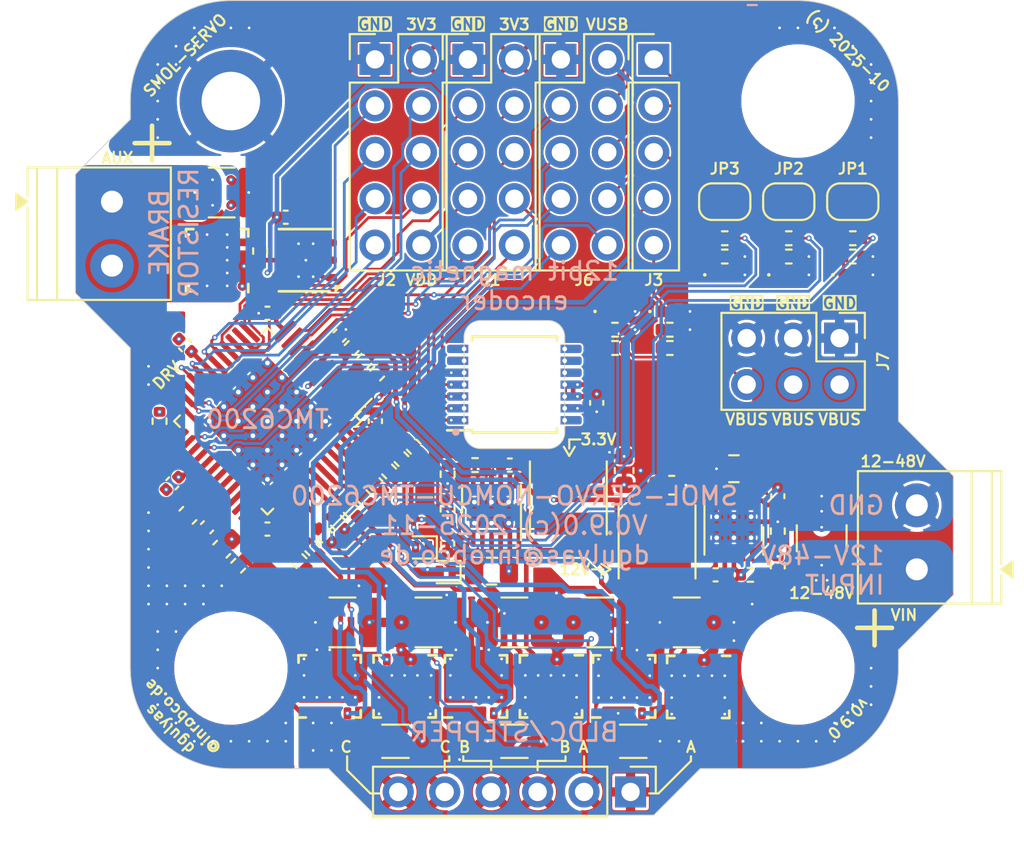
<source format=kicad_pcb>
(kicad_pcb (version 20241229) (generator "pcbnew") (generator_version "9.0")
  (title_block (title "SMOL-SERVO-TMC6200") (date "2022-12-18") (rev "V0.7.0") (company "InRobCo") (comment 1 "Dömötör Gulyás"))
  (layers (0 "F.Cu" mixed) (4 "In1.Cu" mixed) (6 "In2.Cu" mixed) (2 "B.Cu" mixed) (13 "F.Paste" user) (15 "B.Paste" user) (5 "F.SilkS" user "F.Silkscreen") (7 "B.SilkS" user "B.Silkscreen") (1 "F.Mask" user) (3 "B.Mask" user) (25 "Edge.Cuts" user))
  (net 0 "")
  (net 1 "GND")
  (net 2 "+3V3")
  (net 3 "VBUS")
  (net 4 "Net-(U2-SW)")
  (net 5 "Net-(U2-BOOST)")
  (net 6 "PWMC")
  (net 7 "PWMB")
  (net 8 "PWMA")
  (net 9 "SOA")
  (net 10 "SOB")
  (net 11 "SOC")
  (net 12 "Net-(U5-BOOST)")
  (net 13 "Net-(U5-SW)")
  (net 14 "Net-(U2-FB)")
  (net 15 "Net-(U5-FB)")
  (net 16 "Net-(U6E-5VOUT)")
  (net 17 "OC")
  (net 18 "OB")
  (net 19 "OA")
  (net 20 "OR")
  (net 21 "GR")
  (net 22 "PWMR")
  (net 23 "ENC")
  (net 24 "ENB")
  (net 25 "ENA")
  (net 26 "DRVEN")
  (net 27 "DRVFAULT")
  (net 28 "VDD")
  (net 29 "Net-(U6D-VOFS)")
  (net 30 "Net-(U6E-CPO)")
  (net 31 "VUSB")
  (net 32 "Net-(U6E-CPI)")
  (net 33 "Net-(U6E-VCP)")
  (net 34 "Net-(U6E-VS)")
  (net 35 "Net-(U6A-CU)")
  (net 36 "Net-(U6A-U)")
  (net 37 "Net-(U6B-CV)")
  (net 38 "Net-(U6B-V)")
  (net 39 "Net-(U6C-W)")
  (net 40 "Net-(U6C-CW)")
  (net 41 "Net-(U3-OUT)")
  (net 42 "SHA")
  (net 43 "GHA")
  (net 44 "GLA")
  (net 45 "SHB")
  (net 46 "GHB")
  (net 47 "GLB")
  (net 48 "SHC")
  (net 49 "GHC")
  (net 50 "GLC")
  (net 51 "Net-(U2-RT)")
  (net 52 "Net-(U5-RT)")
  (net 53 "Net-(U6D-SPE)")
  (net 54 "Net-(U6A-HSU)")
  (net 55 "Net-(U6A-LSU)")
  (net 56 "Net-(U6A-USENSE)")
  (net 57 "Net-(U6B-HSV)")
  (net 58 "Net-(U6B-LSV)")
  (net 59 "Net-(U6B-VSENSE)")
  (net 60 "Net-(U6C-HSW)")
  (net 61 "Net-(U6C-LSW)")
  (net 62 "Net-(U6C-WSENSE)")
  (net 89 "DRV_MOSI")
  (net 90 "MAG_MOSI")
  (net 91 "MAG_NSS")
  (net 92 "DRV_MISO")
  (net 93 "MAG_MISO")
  (net 94 "DRV_SLCK")
  (net 95 "MAG_SLCK")
  (net 96 "DRV_NSS")
  (net 97 "Net-(D10-K)")
  (net 98 "Net-(D3-K)")
  (net 99 "VBUSDIV")
  (net 100 "VDDDIV")
  (net 101 "Net-(D7-K)")
  (net 102 "Net-(D8-K)")
  (net 103 "ADCC")
  (net 104 "ADCA")
  (net 105 "ADCB")
  (footprint "Capacitor_SMD:C_0402_1005Metric" (layer "F.Cu") (at 154.5 121 -90)
    (property "Reference" "C9" (hide yes))
    (property "Value" "100n")
  )
  (footprint "stm32-nema17:TSSOP-14_4.4x5mm_P0.65mm-inlaid" (layer "F.Cu") (at 150 120 180)
    (property "Reference" "U4" (hide yes))
    (property "Value" "AS5047D")
  )
  (footprint "TerminalBlock_Phoenix:TerminalBlock_Phoenix_PT-1,5-2-3.5-H_1x02_P3.50mm_Horizontal" (layer "F.Cu") (at 172 130.1 90)
    (property "Reference" "J4" (hide yes))
    (property "Value" "Screw_Terminal_01x02")
  )
  (footprint "Capacitor_SMD:C_0402_1005Metric" (layer "F.Cu") (at 137.5 110.85 180)
    (property "Reference" "C8" (hide yes))
    (property "Value" "100n")
  )
  (footprint "stm32-nema17:WDFN8" (layer "F.Cu") (at 133.75 113.2 -90)
    (property "Reference" "Q1")
    (property "Value" "NVTFS5C658NL")
  )
  (footprint "Resistor_SMD:R_0402_1005Metric" (layer "F.Cu") (at 136.1 112.7 -90)
    (property "Reference" "R6")
    (property "Value" "2.2R")
  )
  (footprint "Package_SON:Texas_PWSON-N6" (layer "F.Cu") (at 138.6 113.2 180)
    (property "Reference" "U3" (hide yes))
    (property "Value" "UCC27516")
  )
  (footprint "Resistor_SMD:R_1206_3216Metric" (layer "F.Cu") (at 143.5 139.5)
    (property "Reference" "R11" (hide yes))
    (property "Value" "5m")
  )
  (footprint "Resistor_SMD:R_1206_3216Metric" (layer "F.Cu") (at 156.5 139.5 180)
    (property "Reference" "R9" (hide yes))
    (property "Value" "5m")
  )
  (footprint "stm32-nema17:WDFN8" (layer "F.Cu") (at 139.9 136.5 180)
    (property "Reference" "Q6")
    (property "Value" "NVTFS5C658NL")
  )
  (footprint "stm32-nema17:WDFN8" (layer "F.Cu") (at 152 136.5)
    (property "Reference" "Q5")
    (property "Value" "NVTFS5C658NL")
  )
  (footprint "stm32-nema17:WDFN8" (layer "F.Cu") (at 156 136.5 180)
    (property "Reference" "Q2")
    (property "Value" "NVTFS5C658NL")
  )
  (footprint "stm32-nema17:WDFN8" (layer "F.Cu") (at 160.05 136.53)
    (property "Reference" "Q3")
    (property "Value" "NVTFS5C658NL")
  )
  (footprint "stm32-nema17:WDFN8" (layer "F.Cu") (at 147.9 136.5 180)
    (property "Reference" "Q4")
    (property "Value" "NVTFS5C658NL")
  )
  (footprint "stm32-nema17:WDFN8" (layer "F.Cu") (at 144 136.5)
    (property "Reference" "Q7")
    (property "Value" "NVTFS5C658NL")
  )
  (footprint "MountingHole:MountingHole_3.2mm_M3_DIN965_Pad" (layer "F.Cu") (at 134.5 104.5)
    (property "Reference" "H1" (hide yes))
    (property "Value" "M3")
  )
  (footprint "MountingHole:MountingHole_3.2mm_M3" (layer "F.Cu") (at 134.5 135.5)
    (property "Reference" "H2" (hide yes))
    (property "Value" "M3")
  )
  (footprint "MountingHole:MountingHole_3.2mm_M3" (layer "F.Cu") (at 165.5 135.5)
    (property "Reference" "H3" (hide yes))
    (property "Value" "M3")
  )
  (footprint "MountingHole:MountingHole_3.2mm_M3" (layer "F.Cu") (at 165.5 104.5)
    (property "Reference" "H4" (hide yes))
    (property "Value" "M3")
  )
  (footprint "TerminalBlock_Phoenix:TerminalBlock_Phoenix_PT-1,5-2-3.5-H_1x02_P3.50mm_Horizontal" (layer "F.Cu") (at 128 110 -90)
    (property "Reference" "J5" (hide yes))
    (property "Value" "Screw_Terminal_01x02")
  )
  (footprint "Capacitor_SMD:C_1210_3225Metric" (layer "F.Cu") (at 140.6 133)
    (property "Reference" "C23" (hide yes))
    (property "Value" "10u 60V")
  )
  (footprint "Connector_PinHeader_2.54mm:PinHeader_1x06_P2.54mm_Vertical" (layer "F.Cu") (at 156.35 142.27 -90)
    (property "Reference" "M1" (hide yes))
    (property "Value" "Motor_2_or_3_phase")
  )
  (footprint "Capacitor_SMD:C_1210_3225Metric" (layer "F.Cu") (at 166.8 128.4 90)
    (property "Reference" "C7" (hide yes))
    (property "Value" "10u 60V")
  )
  (footprint "Capacitor_SMD:C_1210_3225Metric" (layer "F.Cu") (at 150 133)
    (property "Reference" "C24" (hide yes))
    (property "Value" "10u 60V")
  )
  (footprint "Capacitor_SMD:C_1210_3225Metric" (layer "F.Cu") (at 159.425 133)
    (property "Reference" "C25" (hide yes))
    (property "Value" "10u 60V")
  )
  (footprint "Resistor_SMD:R_1206_3216Metric" (layer "F.Cu") (at 150 139.5)
    (property "Reference" "R10" (hide yes))
    (property "Value" "5m")
  )
  (footprint "Capacitor_SMD:C_0402_1005Metric" (layer "F.Cu") (at 149.75 124.4)
    (property "Reference" "C12" (hide yes))
    (property "Value" "220n")
  )
  (footprint "Capacitor_SMD:C_0402_1005Metric" (layer "F.Cu") (at 132 117.85 135)
    (property "Reference" "C19" (hide yes))
    (property "Value" "100n")
  )
  (footprint "Resistor_SMD:R_0402_1005Metric" (layer "F.Cu") (at 165 113)
    (property "Reference" "R17" (hide yes))
    (property "Value" "5K1")
  )
  (footprint "Diode_SMD:D_0402_1005Metric" (layer "F.Cu") (at 155.5 116)
    (property "Reference" "D4" (hide yes))
    (property "Value" "3.3V 1mA")
  )
  (footprint "Connector_PinHeader_2.54mm:PinHeader_2x05_P2.54mm_Vertical" (layer "F.Cu") (at 152.54 102.22)
    (property "Reference" "J6")
    (property "Value" "Conn_02x05_Odd_Even")
  )
  (footprint "Resistor_SMD:R_0402_1005Metric" (layer "F.Cu") (at 165 112 180)
    (property "Reference" "R16" (hide yes))
    (property "Value" "120K")
  )
  (footprint "Resistor_SMD:R_0402_1005Metric" (layer "F.Cu") (at 161.5 113)
    (property "Reference" "R19" (hide yes))
    (property "Value" "5K1")
  )
  (footprint "Capacitor_SMD:C_0805_2012Metric" (layer "F.Cu") (at 162 124.6 180)
    (property "Reference" "C11" (hide yes))
    (property "Value" "2.2uF 75V")
  )
  (footprint "Capacitor_SMD:C_0805_2012Metric" (layer "F.Cu") (at 148.75 130.2)
    (property "Reference" "C10" (hide yes))
    (property "Value" "2.2uF 75V")
  )
  (footprint "Resistor_SMD:R_0402_1005Metric" (layer "F.Cu") (at 155.5 117)
    (property "Reference" "R29" (hide yes))
    (property "Value" "5K1")
  )
  (footprint "Jumper:SolderJumper-2_P1.3mm_Bridged_RoundedPad1.0x1.5mm" (layer "F.Cu") (at 165 110)
    (property "Reference" "JP2")
    (property "Value" "SolderJumper_2_Bridged")
  )
  (footprint "Inductor_SMD:L_Taiyo-Yuden_NR-40xx" (layer "F.Cu") (at 157.8 128.6 -90)
    (property "Reference" "L4" (hide yes))
    (property "Value" "33uH 800mA")
  )
  (footprint "Resistor_SMD:R_0402_1005Metric" (layer "F.Cu") (at 146.35 126.79 -90)
    (property "Reference" "R7" (hide yes))
    (property "Value" "374K")
  )
  (footprint "Capacitor_SMD:C_1210_3225Metric" (layer "F.Cu") (at 154.7 133 180)
    (property "Reference" "C33" (hide yes))
    (property "Value" "10u 60V")
  )
  (footprint "Resistor_SMD:R_0402_1005Metric" (layer "F.Cu") (at 141.1 118 -135)
    (property "Reference" "R40" (hide yes))
    (property "Value" "0R")
  )
  (footprint "Resistor_SMD:R_0402_1005Metric" (layer "F.Cu") (at 158.5 118 180)
    (property "Reference" "R31" (hide yes))
    (property "Value" "22K")
  )
  (footprint "Resistor_SMD:R_0402_1005Metric" (layer "F.Cu") (at 134.9 129.9 45)
    (property "Reference" "R37" (hide yes))
    (property "Value" "0R")
  )
  (footprint "Resistor_SMD:R_0402_1005Metric" (layer "F.Cu") (at 168.5 113)
    (property "Reference" "R15" (hide yes))
    (property "Value" "5K1")
  )
  (footprint "Connector_PinHeader_2.54mm:PinHeader_1x05_P2.54mm_Vertical" (layer "F.Cu") (at 157.62 102.22)
    (property "Reference" "J3")
    (property "Value" "Conn_01x05_Odd_Even")
  )
  (footprint "Resistor_SMD:R_0402_1005Metric" (layer "F.Cu") (at 144.5 123.4 135)
    (property "Reference" "R39" (hide yes))
    (property "Value" "0R")
  )
  (footprint "Capacitor_SMD:C_0402_1005Metric" (layer "F.Cu") (at 140.45 117.325 -135)
    (property "Reference" "C20" (hide yes))
    (property "Value" "2.2u 6.3V")
  )
  (footprint "Capacitor_SMD:C_0402_1005Metric" (layer "F.Cu") (at 142.4 122 -90)
    (property "Reference" "C28" (hide yes))
    (property "Value" "1u 16V")
  )
  (footprint "Resistor_SMD:R_0402_1005Metric" (layer "F.Cu") (at 139.65 128.25 135)
    (property "Reference" "R49" (hide yes))
    (property "Value" "10R")
  )
  (footprint "Resistor_SMD:R_0402_1005Metric" (layer "F.Cu") (at 143.15 124.75 135)
    (property "Reference" "R41" (hide yes))
    (property "Value" "10R")
  )
  (footprint "Jumper:SolderJumper-2_P1.3mm_Bridged_RoundedPad1.0x1.5mm" (layer "F.Cu") (at 161.5 110)
    (property "Reference" "JP3")
    (property "Value" "SolderJumper_2_Bridged")
  )
  (footprint "Inductor_SMD:L_Taiyo-Yuden_NR-40xx" (layer "F.Cu") (at 152.95 126.2 90)
    (property "Reference" "L2" (hide yes))
    (property "Value" "33uH 800mA")
  )
  (footprint "Resistor_SMD:R_0402_1005Metric" (layer "F.Cu") (at 143.825 124.075 -45)
    (property "Reference" "R38" (hide yes))
    (property "Value" "0R")
  )
  (footprint "Connector_PinHeader_2.54mm:PinHeader_2x05_P2.54mm_Vertical" (layer "F.Cu") (at 147.46 102.22)
    (property "Reference" "J1")
    (property "Value" "Conn_02x05_Odd_Even")
  )
  (footprint "Capacitor_SMD:C_0603_1608Metric" (layer "F.Cu") (at 158.6 125.5)
    (property "Reference" "C17" (hide yes))
    (property "Value" "22uF 10V")
  )
  (footprint "Resistor_SMD:R_0402_1005Metric" (layer "F.Cu") (at 138.95 128.95 -45)
    (property "Reference" "R46" (hide yes))
    (property "Value" "0R")
  )
  (footprint "Connector_PinHeader_2.54mm:PinHeader_2x05_P2.54mm_Vertical" (layer "F.Cu") (at 142.38 102.22)
    (property "Reference" "J2")
    (property "Value" "Conn_02x05_Odd_Even")
  )
  (footprint "Diode_SMD:D_SOD-882" (layer "F.Cu") (at 146.25 130.25 180)
    (property "Reference" "D10" (hide yes))
    (property "Value" "60V 500mA")
  )
  (footprint "Capacitor_SMD:C_0603_1608Metric" (layer "F.Cu") (at 132.151992 127.148008 -135)
    (property "Reference" "C22" (hide yes))
    (property "Value" "22n 100V")
  )
  (footprint "stm32-nema17:DFN-10-1EP_3x3mm_P0.5mm_EP1.65x2.38mm_ThermalVias" (layer "F.Cu") (at 162 127.8 -90)
    (property "Reference" "U5" (hide yes))
    (property "Value" "LT3990")
  )
  (footprint "Capacitor_SMD:C_0402_1005Metric" (layer "F.Cu") (at 131.3 125.4 -135)
    (property "Reference" "C18" (hide yes))
    (property "Value" "100n 16V")
  )
  (footprint "Capacitor_SMD:C_0402_1005Metric" (layer "F.Cu") (at 146.35 128.7 90)
    (property "Reference" "C14" (hide yes))
    (property "Value" "22pF")
  )
  (footprint "Resistor_SMD:R_0402_1005Metric" (layer "F.Cu") (at 164.4 129.9 90)
    (property "Reference" "R35" (hide yes))
    (property "Value" "113K")
  )
  (footprint "Capacitor_SMD:C_0402_1005Metric" (layer "F.Cu") (at 161 130.4 180)
    (property "Reference" "C13" (hide yes))
    (property "Value" "100n")
  )
  (footprint "Resistor_SMD:R_0402_1005Metric" (layer "F.Cu") (at 158.5 117)
    (property "Reference" "R32" (hide yes))
    (property "Value" "5K1")
  )
  (footprint "Capacitor_SMD:C_0603_1608Metric" (layer "F.Cu") (at 134 129 45)
    (property "Reference" "C27" (hide yes))
    (property "Value" "220n 100V")
  )
  (footprint "stm32-nema17:DFN-10-1EP_3x3mm_P0.5mm_EP1.65x2.38mm_ThermalVias" (layer "F.Cu") (at 148.75 127 90)
    (property "Reference" "U2" (hide yes))
    (property "Value" "LT3990")
  )
  (footprint "Resistor_SMD:R_0402_1005Metric" (layer "F.Cu") (at 141.8 118.7 -135)
    (property "Reference" "R44" (hide yes))
    (property "Value" "0R")
  )
  (footprint "Resistor_SMD:R_0402_1005Metric" (layer "F.Cu") (at 164.4 128.01 90)
    (property "Reference" "R8" (hide yes))
    (property "Value" "127K")
  )
  (footprint "stm32-nema17:TQFP-48-1EP_7x7mm_P0.5mm_EP5x5mm_ThermalVias" (layer "F.Cu") (at 136.5 122 -135)
    (property "Reference" "U6" (hide yes))
    (property "Value" "TMC6200")
  )
  (footprint "Jumper:SolderJumper-2_P1.3mm_Bridged_RoundedPad1.0x1.5mm" (layer "F.Cu") (at 168.5 110)
    (property "Reference" "JP1")
    (property "Value" "SolderJumper_2_Bridged")
  )
  (footprint "Resistor_SMD:R_0402_1005Metric" (layer "F.Cu") (at 140.35 127.55 135)
    (property "Reference" "R45" (hide yes))
    (property "Value" "10R")
  )
  (footprint "Connector_PinHeader_2.54mm:PinHeader_2x03_P2.54mm_Vertical" (layer "F.Cu") (at 167.78 117.46 -90)
    (property "Reference" "J7")
    (property "Value" "Conn_02x03_Odd_Even")
  )
  (footprint "Resistor_SMD:R_0402_1005Metric" (layer "F.Cu") (at 162.9 130.4)
    (property "Reference" "R30" (hide yes))
    (property "Value" "1M")
  )
  (footprint "Capacitor_SMD:C_0402_1005Metric" (layer "F.Cu") (at 136.5 127.9)
    (property "Reference" "C30" (hide yes))
    (property "Value" "1u 16V")
  )
  (footprint "Diode_SMD:D_SOD-882" (layer "F.Cu") (at 144.95 128.9 180)
    (property "Reference" "D9" (hide yes))
    (property "Value" "60V 500mA")
  )
  (footprint "Resistor_SMD:R_0402_1005Metric" (layer "F.Cu") (at 141.75 126.15 -45)
    (property "Reference" "R42" (hide yes))
    (property "Value" "0R")
  )
  (footprint "Resistor_SMD:R_0402_1005Metric" (layer "F.Cu") (at 147.85 124.4 180)
    (property "Reference" "R12" (hide yes))
    (property "Value" "1M")
  )
  (footprint "Capacitor_SMD:C_0402_1005Metric" (layer "F.Cu") (at 164.4 126.1 -90)
    (property "Reference" "C15" (hide yes))
    (property "Value" "22pF")
  )
  (footprint "Capacitor_SMD:C_1210_3225Metric" (layer "F.Cu") (at 145.3 133 180)
    (property "Reference" "C31" (hide yes))
    (property "Value" "10u 60V")
  )
  (footprint "Resistor_SMD:R_0402_1005Metric" (layer "F.Cu") (at 168.5 112 180)
    (property "Reference" "R14" (hide yes))
    (property "Value" "120K")
  )
  (footprint "Resistor_SMD:R_0402_1005Metric" (layer "F.Cu") (at 161.5 112 180)
    (property "Reference" "R18" (hide yes))
    (property "Value" "120K")
  )
  (footprint "Resistor_SMD:R_0402_1005Metric" (layer "F.Cu") (at 130.6 122 -90)
    (property "Reference" "R36" (hide yes))
    (property "Value" "47K")
  )
  (footprint "Resistor_SMD:R_0402_1005Metric" (layer "F.Cu") (at 141.05 126.85 135)
    (property "Reference" "R43" (hide yes))
    (property "Value" "0R")
  )
  (footprint "Resistor_SMD:R_0402_1005Metric" (layer "F.Cu") (at 155.5 118 180)
    (property "Reference" "R28" (hide yes))
    (property "Value" "120K")
  )
  (footprint "Resistor_SMD:R_0402_1005Metric" (layer "F.Cu") (at 138.25 129.65 135)
    (property "Reference" "R47" (hide yes))
    (property "Value" "0R")
  )
  (footprint "Diode_SMD:D_0402_1005Metric" (layer "F.Cu") (at 161.5 114)
    (property "Reference" "D8" (hide yes))
    (property "Value" "3.3V 1mA")
  )
  (footprint "Resistor_SMD:R_0402_1005Metric" (layer "F.Cu") (at 146.35 124.9 -90)
    (property "Reference" "R13" (hide yes))
    (property "Value" "576K")
  )
  (footprint "Capacitor_SMD:C_1210_3225Metric" (layer "F.Cu") (at 134 109.5)
    (property "Reference" "C32" (hide yes))
    (property "Value" "10u 60V")
  )
  (footprint "Capacitor_SMD:C_0402_1005Metric" (layer "F.Cu") (at 142.45 125.45 -45)
    (property "Reference" "C29" (hide yes))
    (property "Value" "1u 16V")
  )
  (footprint "Capacitor_SMD:C_0402_1005Metric" (layer "F.Cu") (at 136.5 116.1)
    (property "Reference" "C21")
    (property "Value" "100n")
  )
  (footprint "Capacitor_SMD:C_0402_1005Metric" (layer "F.Cu") (at 133.2 127.8 45)
    (property "Reference" "C26" (hide yes))
    (property "Value" "100n 100V")
  )
  (footprint "Diode_SMD:D_0402_1005Metric" (layer "F.Cu") (at 168.5 114)
    (property "Reference" "D3" (hide yes))
    (property "Value" "3.3V 1mA")
  )
  (footprint "Diode_SMD:D_0402_1005Metric" (layer "F.Cu") (at 165 114)
    (property "Reference" "D7" (hide yes))
    (property "Value" "3.3V 1mA")
  )
  (footprint "Resistor_SMD:R_0402_1005Metric" (layer "F.Cu") (at 142.5 119.4 -135)
    (property "Reference" "R48" (hide yes))
    (property "Value" "0R")
  )
  (footprint "Diode_SMD:D_0402_1005Metric" (layer "F.Cu") (at 158.5 116)
    (property "Reference" "D5" (hide yes))
    (property "Value" "3.3V 1mA")
  )
  (footprint "Capacitor_SMD:C_0603_1608Metric" (layer "F.Cu") (at 156 124.7 90)
    (property "Reference" "C16" (hide yes))
    (property "Value" "22uF 10V")
  )
  (gr_line (start 159.652 140.32) (end 159.652 140.574) (stroke (width 0.12)) (layer "F.SilkS"))
  (gr_line (start 153.6 123) (end 153 123) (stroke (width 0.12)) (layer "F.SilkS"))
  (gr_line (start 140.856 140.32) (end 140.856 141.082) (stroke (width 0.12)) (layer "F.SilkS"))
  (gr_line (start 148.73 140.574) (end 147.206 140.574) (stroke (width 0.12)) (layer "F.SilkS"))
  (gr_line (start 155.25 130.1) (end 154.75 130.4) (stroke (width 0.12)) (layer "F.SilkS"))
  (gr_line (start 153 123.9) (end 152.7 123.4) (stroke (width 0.12)) (layer "F.SilkS"))
  (gr_line (start 146.19 141.082) (end 146.19 140.574) (stroke (width 0.12)) (layer "F.SilkS"))
  (gr_line (start 142.126 142.352) (end 142.634 142.352) (stroke (width 0.12)) (layer "F.SilkS"))
  (gr_line (start 153 123.9) (end 153.3 123.4) (stroke (width 0.12)) (layer "F.SilkS"))
  (gr_line (start 148.73 140.574) (end 148.73 141.082) (stroke (width 0.12)) (layer "F.SilkS"))
  (gr_line (start 147.206 140.574) (end 147.206 140.32) (stroke (width 0.12)) (layer "F.SilkS"))
  (gr_line (start 153.81 140.32) (end 153.81 141.082) (stroke (width 0.12)) (layer "F.SilkS"))
  (gr_line (start 151.27 140.574) (end 151.27 141.082) (stroke (width 0.12)) (layer "F.SilkS"))
  (gr_line (start 152.794 140.574) (end 151.27 140.574) (stroke (width 0.12)) (layer "F.SilkS"))
  (gr_line (start 154.75 129.8) (end 155.25 130.1) (stroke (width 0.12)) (layer "F.SilkS"))
  (gr_line (start 152.794 140.32) (end 152.794 140.574) (stroke (width 0.12)) (layer "F.SilkS"))
  (gr_line (start 157.874 142.352) (end 157.366 142.352) (stroke (width 0.12)) (layer "F.SilkS"))
  (gr_line (start 153 123.5) (end 153 123) (stroke (width 0.12)) (layer "F.SilkS"))
  (gr_line (start 140.856 141.082) (end 142.126 142.352) (stroke (width 0.12)) (layer "F.SilkS"))
  (gr_line (start 159.652 140.574) (end 157.874 142.352) (stroke (width 0.12)) (layer "F.SilkS"))
  (gr_line (start 146.444 140.574) (end 146.444 140.32) (stroke (width 0.12)) (layer "F.SilkS"))
  (gr_line (start 154.25 130.1) (end 154.85 130.1) (stroke (width 0.12)) (layer "F.SilkS"))
  (gr_line (start 146.19 140.574) (end 146.444 140.574) (stroke (width 0.12)) (layer "F.SilkS"))
  (gr_line (start 163.25 99.25) (end 162.75 99.25) (stroke (width 0.12)) (layer "B.SilkS"))
  (gr_circle (center 146.8 122.6) (end 146.9 122.6) (stroke (width 0.2)) (fill no) (layer "B.SilkS"))
  (gr_line (start 129 135.5) (end 129 118) (stroke (width 0.05)) (layer "Edge.Cuts"))
  (gr_line (start 148.15 116.5) (end 151.85 116.5) (stroke (width 0.05)) (layer "Edge.Cuts"))
  (gr_line (start 165.5 141) (end 160.16 141) (stroke (width 0.05)) (layer "Edge.Cuts"))
  (gr_line (start 139.84 141) (end 134.5 141) (stroke (width 0.05)) (layer "Edge.Cuts"))
  (gr_line (start 171 134.5) (end 171 135.5) (stroke (width 0.05)) (layer "Edge.Cuts"))
  (gr_line (start 129 105.5) (end 129 104.5) (stroke (width 0.05)) (layer "Edge.Cuts"))
  (gr_arc (start 134.5 141) (mid 130.610913 139.389087) (end 129 135.5) (stroke (width 0.05)) (layer "Edge.Cuts"))
  (gr_line (start 152.75 117.4) (end 152.75 122.6) (stroke (width 0.05)) (layer "Edge.Cuts"))
  (gr_arc (start 147.25 117.4) (mid 147.513604 116.763604) (end 148.15 116.5) (stroke (width 0.05)) (layer "Edge.Cuts"))
  (gr_line (start 126 115) (end 129 118) (stroke (width 0.05)) (layer "Edge.Cuts"))
  (gr_line (start 174 131.5) (end 171 134.5) (stroke (width 0.05)) (layer "Edge.Cuts"))
  (gr_line (start 142.38 143.54) (end 139.84 141) (stroke (width 0.05)) (layer "Edge.Cuts"))
  (gr_line (start 174 125) (end 171 122) (stroke (width 0.05)) (layer "Edge.Cuts"))
  (gr_line (start 171 104.5) (end 171 122) (stroke (width 0.05)) (layer "Edge.Cuts"))
  (gr_arc (start 171 135.5) (mid 169.389087 139.389087) (end 165.5 141) (stroke (width 0.05)) (layer "Edge.Cuts"))
  (gr_line (start 147.25 122.6) (end 147.25 117.4) (stroke (width 0.05)) (layer "Edge.Cuts"))
  (gr_arc (start 151.85 116.5) (mid 152.486396 116.763604) (end 152.75 117.4) (stroke (width 0.05)) (layer "Edge.Cuts"))
  (gr_line (start 126 115) (end 126 108.5) (stroke (width 0.05)) (layer "Edge.Cuts"))
  (gr_arc (start 148.15 123.5) (mid 147.513604 123.236396) (end 147.25 122.6) (stroke (width 0.05)) (layer "Edge.Cuts"))
  (gr_line (start 134.5 99) (end 165.5 99) (stroke (width 0.05)) (layer "Edge.Cuts"))
  (gr_line (start 157.62 143.54) (end 142.38 143.54) (stroke (width 0.05)) (layer "Edge.Cuts"))
  (gr_line (start 126 108.5) (end 129 105.5) (stroke (width 0.05)) (layer "Edge.Cuts"))
  (gr_line (start 151.85 123.5) (end 148.15 123.5) (stroke (width 0.05)) (layer "Edge.Cuts"))
  (gr_line (start 174 131.5) (end 174 125) (stroke (width 0.05)) (layer "Edge.Cuts"))
  (gr_line (start 157.62 143.54) (end 160.16 141) (stroke (width 0.05)) (layer "Edge.Cuts"))
  (gr_arc (start 129 104.5) (mid 130.610913 100.610913) (end 134.5 99) (stroke (width 0.05)) (layer "Edge.Cuts"))
  (gr_arc (start 165.5 99) (mid 169.389087 100.610913) (end 171 104.5) (stroke (width 0.05)) (layer "Edge.Cuts"))
  (gr_arc (start 152.75 122.6) (mid 152.486396 123.236396) (end 151.85 123.5) (stroke (width 0.05)) (layer "Edge.Cuts"))
  (gr_text "+" (at 130 106.8 90) (layer "F.SilkS") (effects (font (size 2.5 2.5) (thickness 0.25))))
  (gr_text "VIN" (at 171.3 132.6 0) (layer "F.SilkS") (effects (font (size 0.6 0.6) (thickness 0.12))))
  (gr_text "A" (at 159.652 139.812 0) (layer "F.SilkS") (effects (font (size 0.6 0.6) (thickness 0.12))))
  (gr_text "GND" (at 152.54 100.315 -0) (layer "F.SilkS" knockout) (effects (font (size 0.6 0.6) (thickness 0.12) (bold yes))))
  (gr_text "+" (at 169.5 133.3 90) (layer "F.SilkS") (effects (font (size 2.5 2.5) (thickness 0.25))))
  (gr_text "12-48V" (at 170.7 124.2 0) (layer "F.SilkS") (effects (font (size 0.6 0.6) (thickness 0.12))))
  (gr_text "GND" (at 142.38 100.315 -0) (layer "F.SilkS" knockout) (effects (font (size 0.6 0.6) (thickness 0.12) (bold yes))))
  (gr_text "3.3V" (at 154.6 123 0) (layer "F.SilkS") (effects (font (size 0.6 0.6) (thickness 0.12))))
  (gr_text "dgulyas\n@inrobco.de" (at 131.5 138.5 135) (layer "F.SilkS") (effects (font (size 0.6 0.6) (thickness 0.12))))
  (gr_text "SMOL-SERVO" (at 132 102 45) (layer "F.SilkS") (effects (font (size 0.6 0.6) (thickness 0.12))))
  (gr_text "VBUS" (at 165.24 121.905 0) (layer "F.SilkS") (effects (font (size 0.6 0.6) (thickness 0.12) (bold yes))))
  (gr_text "(c) 2025-10" (at 168.25 101.75 315) (layer "F.SilkS") (effects (font (size 0.6 0.6) (thickness 0.12))))
  (gr_text "VBUS" (at 167.78 121.905 0) (layer "F.SilkS") (effects (font (size 0.6 0.6) (thickness 0.12) (bold yes))))
  (gr_text "C B" (at 146.75 139.812 0) (layer "F.SilkS") (effects (font (size 0.6 0.6) (thickness 0.12))))
  (gr_text "GND" (at 147.46 100.315 -0) (layer "F.SilkS" knockout) (effects (font (size 0.6 0.6) (thickness 0.12) (bold yes))))
  (gr_text "AUX" (at 128.3 107.6 0) (layer "F.SilkS") (effects (font (size 0.6 0.6) (thickness 0.12))))
  (gr_text "12V" (at 153.3 130.1 0) (layer "F.SilkS") (effects (font (size 0.6 0.6) (thickness 0.12))))
  (gr_text "12-48V" (at 166.8 131.4 0) (layer "F.SilkS") (effects (font (size 0.6 0.6) (thickness 0.12))))
  (gr_text "B A" (at 153.25 139.812 0) (layer "F.SilkS") (effects (font (size 0.6 0.6) (thickness 0.12))))
  (gr_text "VDD\n" (at 144.92 114.285 0) (layer "F.SilkS") (effects (font (size 0.6 0.6) (thickness 0.12) (bold yes))))
  (gr_text "C" (at 140.8 139.812 0) (layer "F.SilkS") (effects (font (size 0.6 0.6) (thickness 0.12))))
  (gr_text "GND" (at 162.7 115.555 -0) (layer "F.SilkS" knockout) (effects (font (size 0.6 0.6) (thickness 0.12) (bold yes))))
  (gr_text "GND" (at 165.24 115.555 -0) (layer "F.SilkS" knockout) (effects (font (size 0.6 0.6) (thickness 0.12) (bold yes))))
  (gr_text "v0.9.0" (at 168.25 138.25 225) (layer "F.SilkS") (effects (font (size 0.6 0.6) (thickness 0.12))))
  (gr_text "VBUS" (at 162.7 121.905 0) (layer "F.SilkS") (effects (font (size 0.6 0.6) (thickness 0.12) (bold yes))))
  (gr_text "VUSB" (at 155.08 100.315 -0) (layer "F.SilkS") (effects (font (size 0.6 0.6) (thickness 0.12) (bold yes))))
  (gr_text "3V3" (at 150 100.315 -0) (layer "F.SilkS") (effects (font (size 0.6 0.6) (thickness 0.12) (bold yes))))
  (gr_text "3V3" (at 144.92 100.315 -0) (layer "F.SilkS") (effects (font (size 0.6 0.6) (thickness 0.12) (bold yes))))
  (gr_text "DRV" (at 131 119.5 45) (layer "F.SilkS") (effects (font (size 0.6 0.6) (thickness 0.12))))
  (gr_text "GND" (at 167.78 115.555 -0) (layer "F.SilkS" knockout) (effects (font (size 0.6 0.6) (thickness 0.12) (bold yes))))
  (gr_text "BRAKE\nRESISTOR" (at 131.4 111.7 90) (layer "B.SilkS") (effects (font (size 1 1)) (justify mirror)))
  (gr_text "12bit magnetic\nencoder" (at 150 114.6 0) (layer "B.SilkS") (effects (font (size 1 1)) (justify mirror)))
  (gr_text "BLDC/STEPPER" (at 150 139 0) (layer "B.SilkS") (effects (font (size 1 1)) (justify mirror)))
  (gr_text "SMOL-SERVO-NOMCU-TMC6200\nV0.9.0(c) 2025-11\ndgulyas@inrobco.de" (at 150 127.7 0) (layer "B.SilkS") (effects (font (size 1 1)) (justify mirror)))
  (gr_text "12V-48V\nINPUT" (at 170.32 130.16 0) (layer "B.SilkS") (effects (font (size 1 1)) (justify left mirror)))
  (gr_text "TMC6200" (at 136.5 121.9 0) (layer "B.SilkS") (effects (font (size 1 1)) (justify mirror)))
  (gr_text "GND" (at 170.32 126.604 0) (layer "B.SilkS") (effects (font (size 1 1)) (justify left mirror)))
  (segment (start 140 113.2) (end 138.6 113.2) (width 0.254) (layer "F.Cu") (net 1))
  (segment (start 158.985 116.975) (end 159.01 117) (width 0.1524) (layer "F.Cu") (net 1))
  (segment (start 149.75 130.15) (end 149.7 130.2) (width 0.254) (layer "F.Cu") (net 1))
  (segment (start 161.05 125.65) (end 161.05 124.6) (width 0.254) (layer "F.Cu") (net 1))
  (segment (start 135.2 109.5) (end 134.5 108.8) (width 0.508) (layer "F.Cu") (net 1))
  (segment (start 138.913002 118.526338) (end 136.5 120.93934) (width 0.254) (layer "F.Cu") (net 1))
  (segment (start 155.985 116) (end 155.985 116.975) (width 0.1524) (layer "F.Cu") (net 1))
  (segment (start 159.01 117) (end 159.6 117) (width 0.1524) (layer "F.Cu") (net 1))
  (segment (start 166.8 127.8) (end 166.8 126.9) (width 0.508) (layer "F.Cu") (net 1))
  (segment (start 165.51 113) (end 165.51 113.975) (width 0.1524) (layer "F.Cu") (net 1))
  (segment (start 161.635 127.8) (end 162 127.8) (width 0.254) (layer "F.Cu") (net 1))
  (segment (start 151.475 133) (end 153.225 133) (width 0.508) (layer "F.Cu") (net 1))
  (segment (start 135.2 109.5) (end 134.5 110.2) (width 0.508) (layer "F.Cu") (net 1))
  (segment (start 163.215 127.5) (end 162.94 127.225) (width 0.254) (layer "F.Cu") (net 1))
  (segment (start 154 121.5) (end 154.485 121.5) (width 0.254) (layer "F.Cu") (net 1))
  (segment (start 155.2 123.7) (end 155.425 123.925) (width 0.254) (layer "F.Cu") (net 1))
  (segment (start 155.425 123.925) (end 156 123.925) (width 0.254) (layer "F.Cu") (net 1))
  (segment (start 160.9 134.535) (end 160.9 133) (width 0.508) (layer "F.Cu") (net 1))
  (segment (start 149.25 127.5) (end 148.75 127) (width 0.254) (layer "F.Cu") (net 1))
  (segment (start 135.22 114.524824) (end 135.22 113.525) (width 0.508) (layer "F.Cu") (net 1))
  (segment (start 169.01 113) (end 169.01 113.975) (width 0.1524) (layer "F.Cu") (net 1))
  (segment (start 165.485 114) (end 166.1 114) (width 0.1524) (layer "F.Cu") (net 1))
  (segment (start 137.98 110.85) (end 137.98 111.48) (width 0.254) (layer "F.Cu") (net 1))
  (segment (start 140 114.15) (end 139.55 114.15) (width 0.254) (layer "F.Cu") (net 1))
  (segment (start 165.51 113.975) (end 165.485 114) (width 0.1524) (layer "F.Cu") (net 1))
  (segment (start 165.51 113) (end 166.1 113) (width 0.1524) (layer "F.Cu") (net 1))
  (segment (start 133.318019 122) (end 132.610912 122) (width 0.254) (layer "F.Cu") (net 1))
  (segment (start 161 126.35) (end 161 127.165) (width 0.254) (layer "F.Cu") (net 1))
  (segment (start 149.75 128.45) (end 149.75 130.15) (width 0.254) (layer "F.Cu") (net 1))
  (segment (start 161.985 114) (end 162.6 114) (width 0.1524) (layer "F.Cu") (net 1))
  (segment (start 144.325 135.025) (end 143.8 134.5) (width 0.508) (layer "F.Cu") (net 1))
  (segment (start 137.98 111.48) (end 138.2 111.7) (width 0.254) (layer "F.Cu") (net 1))
  (segment (start 132.610912 122) (end 131.612124 121.001212) (width 0.254) (layer "F.Cu") (net 1))
  (segment (start 153.225 133.675) (end 153.225 133) (width 0.508) (layer "F.Cu") (net 1))
  (segment (start 135.475 109.5) (end 135.2 109.5) (width 0.508) (layer "F.Cu") (net 1))
  (segment (start 161 125.7) (end 161.05 125.65) (width 0.254) (layer "F.Cu") (net 1))
  (segment (start 139.55 114.15) (end 138.6 113.2) (width 0.254) (layer "F.Cu") (net 1))
  (segment (start 153.2125 121.3) (end 153.8 121.3) (width 0.254) (layer "F.Cu") (net 1))
  (segment (start 140 112.25) (end 139.55 112.25) (width 0.254) (layer "F.Cu") (net 1))
  (segment (start 154.485 121.5) (end 154.5 121.485) (width 0.254) (layer "F.Cu") (net 1))
  (segment (start 158.985 116) (end 158.985 116.975) (width 0.1524) (layer "F.Cu") (net 1))
  (segment (start 142.075 133) (end 143.825 133) (width 0.508) (layer "F.Cu") (net 1))
  (segment (start 149.75 128.45) (end 149.75 128) (width 0.254) (layer "F.Cu") (net 1))
  (segment (start 169.01 113) (end 169.6 113) (width 0.1524) (layer "F.Cu") (net 1))
  (segment (start 166.8 126.9) (end 166.8 126.925) (width 0.508) (layer "F.Cu") (net 1))
  (segment (start 153.8 121.3) (end 154 121.5) (width 0.254) (layer "F.Cu") (net 1))
  (segment (start 138.2 111.7) (end 138.2 112.3) (width 0.254) (layer "F.Cu") (net 1))
  (segment (start 161.5 126.35) (end 161.5 125.05) (width 0.254) (layer "F.Cu") (net 1))
  (segment (start 161.5 125.05) (end 161.05 124.6) (width 0.254) (layer "F.Cu") (net 1))
  (segment (start 139.55 112.25) (end 138.6 113.2) (width 0.254) (layer "F.Cu") (net 1))
  (segment (start 158.985 116) (end 159.6 116) (width 0.1524) (layer "F.Cu") (net 1))
  (segment (start 136.5 120.93934) (end 136.5 122) (width 0.254) (layer "F.Cu") (net 1))
  (segment (start 152.325 135.03) (end 152.325 134.425) (width 0.508) (layer "F.Cu") (net 1))
  (segment (start 143.8 134.5) (end 143.8 133.025) (width 0.508) (layer "F.Cu") (net 1))
  (segment (start 155.985 116) (end 156.6 116) (width 0.1524) (layer "F.Cu") (net 1))
  (segment (start 162.01 113.975) (end 161.985 114) (width 0.1524) (layer "F.Cu") (net 1))
  (segment (start 161 126.35) (end 161 125.7) (width 0.254) (layer "F.Cu") (net 1))
  (segment (start 152.3 135.005) (end 152.325 135.03) (width 0.508) (layer "F.Cu") (net 1))
  (segment (start 162.01 113) (end 162.6 113) (width 0.1524) (layer "F.Cu") (net 1))
  (segment (start 149.25 128.45) (end 149.25 129.75) (width 0.254) (layer "F.Cu") (net 1))
  (segment (start 168.985 114) (end 169.6 114) (width 0.1524) (layer "F.Cu") (net 1))
  (segment (start 160.375 135.06) (end 160.9 134.535) (width 0.508) (layer "F.Cu") (net 1))
  (segment (start 169.01 113.975) (end 168.985 114) (width 0.1524) (layer "F.Cu") (net 1))
  (segment (start 149.25 128.45) (end 149.25 127.5) (width 0.254) (layer "F.Cu") (net 1))
  (segment (start 160.4 135.035) (end 160.375 135.06) (width 0.508) (layer "F.Cu") (net 1))
  (segment (start 149.25 129.75) (end 149.7 130.2) (width 0.254) (layer "F.Cu") (net 1))
  (segment (start 161.5 126.35) (end 161.5 127.3) (width 0.254) (layer "F.Cu") (net 1))
  (segment (start 161.5 127.3) (end 162 127.8) (width 0.254) (layer "F.Cu") (net 1))
  (segment (start 164.4 127.5) (end 163.215 127.5) (width 0.254) (layer "F.Cu") (net 1))
  (segment (start 161 127.165) (end 161.635 127.8) (width 0.254) (layer "F.Cu") (net 1))
  (segment (start 155.985 116.975) (end 156.01 117) (width 0.1524) (layer "F.Cu") (net 1))
  (segment (start 152.325 134.425) (end 151.475 133.575) (width 0.508) (layer "F.Cu") (net 1))
  (segment (start 166.8 126.9) (end 166.8 126.1) (width 0.508) (layer "F.Cu") (net 1))
  (segment (start 156.01 117) (end 156.6 117) (width 0.1524) (layer "F.Cu") (net 1))
  (segment (start 162.01 113) (end 162.01 113.975) (width 0.1524) (layer "F.Cu") (net 1))
  (segment (start 143.8 133.025) (end 143.825 133) (width 0.508) (layer "F.Cu") (net 1))
  (segment (start 149.75 128) (end 148.75 127) (width 0.254) (layer "F.Cu") (net 1))
  (segment (start 151.475 133.575) (end 151.475 133) (width 0.508) (layer "F.Cu") (net 1))
  (segment (start 135.122412 114.622412) (end 135.22 114.524824) (width 0.508) (layer "F.Cu") (net 1))
  (segment (start 152.325 134.575) (end 153.225 133.675) (width 0.508) (layer "F.Cu") (net 1))
  (segment (start 144.325 135.03) (end 144.325 135.025) (width 0.508) (layer "F.Cu") (net 1))
  (via (at 166.8 126.1) (size 0.3) (drill 0.15) (layers "F.Cu" "B.Cu") (net 1))
  (via (at 132.5 101.5) (size 0.3) (drill 0.15) (layers "F.Cu" "B.Cu") (net 1))
  (via (at 161.05 124.6) (size 0.3) (drill 0.15) (layers "F.Cu" "B.Cu") (net 1))
  (via (at 169.5 104.5) (size 0.3) (drill 0.15) (layers "F.Cu" "B.Cu") (net 1))
  (via (at 131.5 101.5) (size 0.3) (drill 0.15) (layers "F.Cu" "B.Cu") (net 1))
  (via (at 140.789411 116.985589) (size 0.3) (drill 0.15) (layers "F.Cu" "B.Cu") (net 1))
  (via (at 130.5 104.5) (size 0.3) (drill 0.15) (layers "F.Cu" "B.Cu") (net 1))
  (via (at 138.6 113.2) (size 0.3) (drill 0.15) (layers "F.Cu" "B.Cu") (net 1))
  (via (at 162.6 113) (size 0.3) (drill 0.15) (layers "F.Cu" "B.Cu") (net 1))
  (via (at 159.375 125.5) (size 0.3) (drill 0.15) (layers "F.Cu" "B.Cu") (net 1))
  (via (at 166.1 114) (size 0.3) (drill 0.15) (layers "F.Cu" "B.Cu") (net 1))
  (via (at 169.5 102.5) (size 0.3) (drill 0.15) (layers "F.Cu" "B.Cu") (net 1))
  (via (at 144.325 135.03) (size 0.3) (drill 0.15) (layers "F.Cu" "B.Cu") (net 1))
  (via (at 156 123.925) (size 0.3) (drill 0.15) (layers "F.Cu" "B.Cu") (net 1))
  (via (at 155.2 123.7) (size 0.3) (drill 0.15) (layers "F.Cu" "B.Cu") (net 1))
  (via (at 159.6 117) (size 0.3) (drill 0.15) (layers "F.Cu" "B.Cu") (net 1))
  (via (at 130.5 103.5) (size 0.3) (drill 0.15) (layers "F.Cu" "B.Cu") (net 1))
  (via (at 169.6 114) (size 0.3) (drill 0.15) (layers "F.Cu" "B.Cu") (net 1))
  (via (at 142.075 133) (size 0.3) (drill 0.15) (layers "F.Cu" "B.Cu") (net 1))
  (via (at 139 114.1) (size 0.3) (drill 0.15) (layers "F.Cu" "B.Cu") (net 1))
  (via (at 135.475 109.5) (size 0.3) (drill 0.15) (layers "F.Cu" "B.Cu") (net 1))
  (via (at 165.5 100.5) (size 0.3) (drill 0.15) (layers "F.Cu" "B.Cu") (net 1))
  (via (at 169.5 105.5) (size 0.3) (drill 0.15) (layers "F.Cu" "B.Cu") (net 1))
  (via (at 135.22 113.525) (size 0.3) (drill 0.15) (layers "F.Cu" "B.Cu") (net 1))
  (via (at 139 112.3) (size 0.3) (drill 0.15) (layers "F.Cu" "B.Cu") (net 1))
  (via (at 138.2 112.3) (size 0.3) (drill 0.15) (layers "F.Cu" "B.Cu") (net 1))
  (via (at 169.5 103.5) (size 0.3) (drill 0.15) (layers "F.Cu" "B.Cu") (net 1))
  (via (at 134.5 108.8) (size 0.3) (drill 0.15) (layers "F.Cu" "B.Cu") (net 1))
  (via (at 169.6 113) (size 0.3) (drill 0.15) (layers "F.Cu" "B.Cu") (net 1))
  (via (at 166.5 100.5) (size 0.3) (drill 0.15) (layers "F.Cu" "B.Cu") (net 1))
  (via (at 160.9 133) (size 0.3) (drill 0.15) (layers "F.Cu" "B.Cu") (net 1))
  (via (at 156.6 117) (size 0.3) (drill 0.15) (layers "F.Cu" "B.Cu") (net 1))
  (via (at 146.35 125.41) (size 0.3) (drill 0.15) (layers "F.Cu" "B.Cu") (net 1))
  (via (at 135.5 100.5) (size 0.3) (drill 0.15) (layers "F.Cu" "B.Cu") (net 1))
  (via (at 146.35 127.3) (size 0.3) (drill 0.15) (layers "F.Cu" "B.Cu") (net 1))
  (via (at 167.5 100.5) (size 0.3) (drill 0.15) (layers "F.Cu" "B.Cu") (net 1))
  (via (at 168.5 101.5) (size 0.3) (drill 0.15) (layers "F.Cu" "B.Cu") (net 1))
  (via (at 169.5 106.5) (size 0.3) (drill 0.15) (layers "F.Cu" "B.Cu") (net 1))
  (via (at 132.5 100.5) (size 0.3) (drill 0.15) (layers "F.Cu" "B.Cu") (net 1))
  (via (at 133.5 100.5) (size 0.3) (drill 0.15) (layers "F.Cu" "B.Cu") (net 1))
  (via (at 168.5 102.5) (size 0.3) (drill 0.15) (layers "F.Cu" "B.Cu") (net 1))
  (via (at 134.5 100.5) (size 0.3) (drill 0.15) (layers "F.Cu" "B.Cu") (net 1))
  (via (at 143.825 133) (size 0.3) (drill 0.15) (layers "F.Cu" "B.Cu") (net 1))
  (via (at 156.6 116) (size 0.3) (drill 0.15) (layers "F.Cu" "B.Cu") (net 1))
  (via (at 151.475 133) (size 0.3) (drill 0.15) (layers "F.Cu" "B.Cu") (net 1))
  (via (at 138.2 114.1) (size 0.3) (drill 0.15) (layers "F.Cu" "B.Cu") (net 1))
  (via (at 134.5 110.2) (size 0.3) (drill 0.15) (layers "F.Cu" "B.Cu") (net 1))
  (via (at 164.4 129.39) (size 0.3) (drill 0.15) (layers "F.Cu" "B.Cu") (net 1))
  (via (at 143.8 134.5) (size 0.3) (drill 0.15) (layers "F.Cu" "B.Cu") (net 1))
  (via (at 135.122412 114.622412) (size 0.3) (drill 0.15) (layers "F.Cu" "B.Cu") (net 1))
  (via (at 130.5 105.5) (size 0.3) (drill 0.15) (layers "F.Cu" "B.Cu") (net 1))
  (via (at 166.8 127.8) (size 0.3) (drill 0.15) (layers "F.Cu" "B.Cu") (net 1))
  (via (at 130.960589 125.739411) (size 0.3) (drill 0.15) (layers "F.Cu" "B.Cu") (net 1))
  (via (at 136.02 116.1) (size 0.3) (drill 0.15) (layers "F.Cu" "B.Cu") (net 1))
  (via (at 160.375 135.06) (size 0.3) (drill 0.15) (layers "F.Cu" "B.Cu") (net 1))
  (via (at 166.1 113) (size 0.3) (drill 0.15) (layers "F.Cu" "B.Cu") (net 1))
  (via (at 162.6 114) (size 0.3) (drill 0.15) (layers "F.Cu" "B.Cu") (net 1))
  (via (at 153.225 133) (size 0.3) (drill 0.15) (layers "F.Cu" "B.Cu") (net 1))
  (via (at 164.4 127.5) (size 0.3) (drill 0.15) (layers "F.Cu" "B.Cu") (net 1))
  (via (at 146.55 119.35) (size 0.3) (drill 0.15) (layers "F.Cu" "B.Cu") (net 1))
  (via (at 131.5 102.5) (size 0.3) (drill 0.15) (layers "F.Cu" "B.Cu") (net 1))
  (via (at 153.45 121.3) (size 0.3) (drill 0.15) (layers "F.Cu" "B.Cu") (net 1))
  (via (at 159.6 116) (size 0.3) (drill 0.15) (layers "F.Cu" "B.Cu") (net 1))
  (via (at 154.5 121.485) (size 0.3) (drill 0.15) (layers "F.Cu" "B.Cu") (net 1))
  (via (at 134.548008 128.451992) (size 0.3) (drill 0.15) (layers "F.Cu" "B.Cu") (net 1))
  (via (at 167.5 101.5) (size 0.3) (drill 0.15) (layers "F.Cu" "B.Cu") (net 1))
  (via (at 152.325 135.03) (size 0.3) (drill 0.15) (layers "F.Cu" "B.Cu") (net 1))
  (via (at 166.8 126.925) (size 0.3) (drill 0.15) (layers "F.Cu" "B.Cu") (net 1))
  (via (at 149.7 130.2) (size 0.3) (drill 0.15) (layers "F.Cu" "B.Cu") (net 1))
  (via (at 130.5 106.5) (size 0.3) (drill 0.15) (layers "F.Cu" "B.Cu") (net 1))
  (via (at 130.5 102.5) (size 0.3) (drill 0.15) (layers "F.Cu" "B.Cu") (net 1))
  (via (at 131.660589 117.510589) (size 0.3) (drill 0.15) (layers "F.Cu" "B.Cu") (net 1))
  (via (at 164.5 100.5) (size 0.3) (drill 0.15) (layers "F.Cu" "B.Cu") (net 1))
  (segment (start 153.2125 120.65) (end 153.85 120.65) (width 0.254) (layer "F.Cu") (net 2))
  (segment (start 148.75 125.55) (end 148.75 124.79) (width 0.254) (layer "F.Cu") (net 2))
  (segment (start 154 120.5) (end 154.485 120.5) (width 0.254) (layer "F.Cu") (net 2))
  (segment (start 154.485 120.5) (end 154.5 120.515) (width 0.254) (layer "F.Cu") (net 2))
  (segment (start 132.339411 118.189411) (end 132.339411 118.192965) (width 0.254) (layer "F.Cu") (net 2))
  (segment (start 132.339411 118.192965) (end 133.379891 119.233445) (width 0.254) (layer "F.Cu") (net 2))
  (segment (start 153.85 120.65) (end 154 120.5) (width 0.254) (layer "F.Cu") (net 2))
  (segment (start 148.75 124.79) (end 148.36 124.4) (width 0.254) (layer "F.Cu") (net 2))
  (via (at 146.35 129.18) (size 0.3) (drill 0.15) (layers "F.Cu" "B.Cu") (net 2))
  (via (at 153.45 120) (size 0.3) (drill 0.15) (layers "F.Cu" "B.Cu") (net 2))
  (via (at 154.5 120.515) (size 0.3) (drill 0.15) (layers "F.Cu" "B.Cu") (net 2))
  (via (at 156.9 124.7) (size 0.3) (drill 0.15) (layers "F.Cu" "B.Cu") (net 2))
  (via (at 153.45 120.65) (size 0.3) (drill 0.15) (layers "F.Cu" "B.Cu") (net 2))
  (via (at 156 125.475) (size 0.3) (drill 0.15) (layers "F.Cu" "B.Cu") (net 2))
  (via (at 132.339411 118.189411) (size 0.3) (drill 0.15) (layers "F.Cu" "B.Cu") (net 2))
  (via (at 130.6 121.49) (size 0.3) (drill 0.15) (layers "F.Cu" "B.Cu") (net 2))
  (segment (start 158.258722 118.4988) (end 156.5088 118.4988) (width 0.1524) (layer "F.Cu") (net 3))
  (segment (start 158.4388 118.318722) (end 158.258722 118.4988) (width 0.1524) (layer "F.Cu") (net 3))
  (segment (start 132.8 109.5) (end 133.5 110.2) (width 0.508) (layer "F.Cu") (net 3))
  (segment (start 158.7376 117.5012) (end 158.4388 117.8) (width 0.1524) (layer "F.Cu") (net 3))
  (segment (start 160.2012 117.5012) (end 158.7376 117.5012) (width 0.1524) (layer "F.Cu") (net 3))
  (segment (start 162.95 125.35) (end 162.95 124.6) (width 0.1524) (layer "F.Cu") (net 3))
  (segment (start 148.9666 133) (end 149.455825 132.510775) (width 0.508) (layer "F.Cu") (net 3))
  (segment (start 166.8 129.875) (end 166.8 130.4) (width 0.508) (layer "F.Cu") (net 3))
  (segment (start 166.8 130.4) (end 167.1 130.7) (width 0.508) (layer "F.Cu") (net 3))
  (segment (start 132.525 109.5) (end 132.8 109.5) (width 0.508) (layer "F.Cu") (net 3))
  (segment (start 162 125.55) (end 162.95 124.6) (width 0.254) (layer "F.Cu") (net 3))
  (segment (start 166.8 130.4) (end 166.5 130.7) (width 0.508) (layer "F.Cu") (net 3))
  (segment (start 158.4388 117.8) (end 158.4388 118.318722) (width 0.1524) (layer "F.Cu") (net 3))
  (segment (start 148.525 133) (end 148.9666 133) (width 0.508) (layer "F.Cu") (net 3))
  (segment (start 162 126.35) (end 162 125.55) (width 0.254) (layer "F.Cu") (net 3))
  (segment (start 156.5088 118.4988) (end 156.01 118) (width 0.1524) (layer "F.Cu") (net 3))
  (segment (start 132.8 109.5) (end 133.5 108.8) (width 0.508) (layer "F.Cu") (net 3))
  (segment (start 162.5 126.35) (end 162.5 125.8) (width 0.1524) (layer "F.Cu") (net 3))
  (segment (start 162.5 125.8) (end 162.95 125.35) (width 0.1524) (layer "F.Cu") (net 3))
  (segment (start 162.7 120) (end 160.2012 117.5012) (width 0.1524) (layer "F.Cu") (net 3))
  (via (at 157.4 135.015) (size 0.3) (drill 0.15) (layers "F.Cu" "B.Cu") (net 3))
  (via (at 154.6 135.015) (size 0.3) (drill 0.15) (layers "F.Cu" "B.Cu") (net 3))
  (via (at 154.6 135.915) (size 0.3) (drill 0.15) (layers "F.Cu" "B.Cu") (net 3))
  (via (at 154.6 137.115) (size 0.3) (drill 0.15) (layers "F.Cu" "B.Cu") (net 3))
  (via (at 157.4 137.115) (size 0.3) (drill 0.15) (layers "F.Cu" "B.Cu") (net 3))
  (via (at 156.7 137.115) (size 0.3) (drill 0.15) (layers "F.Cu" "B.Cu") (net 3))
  (via (at 155.3 137.115) (size 0.3) (drill 0.15) (layers "F.Cu" "B.Cu") (net 3))
  (via (at 156 137.115) (size 0.3) (drill 0.15) (layers "F.Cu" "B.Cu") (net 3))
  (via (at 149.3 135) (size 0.3) (drill 0.15) (layers "F.Cu" "B.Cu") (net 3))
  (via (at 149.3 135.9) (size 0.3) (drill 0.15) (layers "F.Cu" "B.Cu") (net 3))
  (via (at 149.3 137.1) (size 0.3) (drill 0.15) (layers "F.Cu" "B.Cu") (net 3))
  (via (at 148.6 137.1) (size 0.3) (drill 0.15) (layers "F.Cu" "B.Cu") (net 3))
  (via (at 147.9 137.1) (size 0.3) (drill 0.15) (layers "F.Cu" "B.Cu") (net 3))
  (via (at 147.2 137.1) (size 0.3) (drill 0.15) (layers "F.Cu" "B.Cu") (net 3))
  (via (at 146.5 137.1) (size 0.3) (drill 0.15) (layers "F.Cu" "B.Cu") (net 3))
  (via (at 146.5 135.9) (size 0.3) (drill 0.15) (layers "F.Cu" "B.Cu") (net 3))
  (via (at 146.5 135) (size 0.3) (drill 0.15) (layers "F.Cu" "B.Cu") (net 3))
  (via (at 141.3 137.1) (size 0.3) (drill 0.15) (layers "F.Cu" "B.Cu") (net 3))
  (via (at 140.6 137.1) (size 0.3) (drill 0.15) (layers "F.Cu" "B.Cu") (net 3))
  (via (at 139.9 137.1) (size 0.3) (drill 0.15) (layers "F.Cu" "B.Cu") (net 3))
  (via (at 139.2 137.1) (size 0.3) (drill 0.15) (layers "F.Cu" "B.Cu") (net 3))
  (via (at 138.5 137.1) (size 0.3) (drill 0.15) (layers "F.Cu" "B.Cu") (net 3))
  (via (at 138.5 135.9) (size 0.3) (drill 0.15) (layers "F.Cu" "B.Cu") (net 3))
  (via (at 138.5 135) (size 0.3) (drill 0.15) (layers "F.Cu" "B.Cu") (net 3))
  (via (at 141.3 135) (size 0.3) (drill 0.15) (layers "F.Cu" "B.Cu") (net 3))
  (via (at 141.3 135.9) (size 0.3) (drill 0.15) (layers "F.Cu" "B.Cu") (net 3))
  (via (at 146.8 134.5) (size 0.3) (drill 0.15) (layers "F.Cu" "B.Cu") (net 3))
  (via (at 146.3 131.5) (size 0.3) (drill 0.15) (layers "F.Cu" "B.Cu") (net 3))
  (via (at 148.6 134.5) (size 0.3) (drill 0.15) (layers "F.Cu" "B.Cu") (net 3))
  (via (at 139.9 134.5) (size 0.3) (drill 0.15) (layers "F.Cu" "B.Cu") (net 3))
  (via (at 139.125 133) (size 0.3) (drill 0.15) (layers "F.Cu" "B.Cu") (net 3))
  (via (at 139.2 134.5) (size 0.3) (drill 0.15) (layers "F.Cu" "B.Cu") (net 3))
  (via (at 133 132) (size 0.3) (drill 0.15) (layers "F.Cu" "B.Cu") (net 3))
  (via (at 167.5 139.5) (size 0.3) (drill 0.15) (layers "F.Cu" "B.Cu") (net 3))
  (via (at 156.7 134.515) (size 0.3) (drill 0.15) (layers "F.Cu" "B.Cu") (net 3))
  (via (at 143 131) (size 0.3) (drill 0.15) (layers "F.Cu" "B.Cu") (net 3))
  (via (at 148.525 133) (size 0.3) (drill 0.15) (layers "F.Cu" "B.Cu") (net 3))
  (via (at 131.5 133.5) (size 0.3) (drill 0.15) (layers "F.Cu" "B.Cu") (net 3))
  (via (at 155.3 132.6) (size 0.3) (drill 0.15) (layers "F.Cu" "B.Cu") (net 3))
  (via (at 137.5 138.5) (size 0.3) (drill 0.15) (layers "F.Cu" "B.Cu") (net 3))
  (via (at 163.5 139.5) (size 0.3) (drill 0.15) (layers "F.Cu" "B.Cu") (net 3))
  (via (at 146.775 133) (size 0.3) (drill 0.15) (layers "F.Cu" "B.Cu") (net 3))
  (via (at 130 120) (size 0.3) (drill 0.15) (layers "F.Cu" "B.Cu") (net 3))
  (via (at 132.525 109.5) (size 0.3) (drill 0.15) (layers "F.Cu" "B.Cu") (net 3))
  (via (at 162 133) (size 0.3) (drill 0.15) (layers "F.Cu" "B.Cu") (net 3))
  (via (at 132 132) (size 0.3) (drill 0.15) (layers "F.Cu" "B.Cu") (net 3))
  (via (at 162 134) (size 0.3) (drill 0.15) (layers "F.Cu" "B.Cu") (net 3))
  (via (at 162.5 139.5) (size 0.3) (drill 0.15) (layers "F.Cu" "B.Cu") (net 3))
  (via (at 137.5 139.5) (size 0.3) (drill 0.15) (layers "F.Cu" "B.Cu") (net 3))
  (via (at 133.5 110.2) (size 0.3) (drill 0.15) (layers "F.Cu" "B.Cu") (net 3))
  (via (at 136.5 139.5) (size 0.3) (drill 0.15) (layers "F.Cu" "B.Cu") (net 3))
  (via (at 134.5 139.5) (size 0.3) (drill 0.15) (layers "F.Cu" "B.Cu") (net 3))
  (via (at 130 119) (size 0.3) (drill 0.15) (layers "F.Cu" "B.Cu") (net 3))
  (via (at 130 129) (size 0.3) (drill 0.15) (layers "F.Cu" "B.Cu") (net 3))
  (via (at 163 132) (size 0.3) (drill 0.15) (layers "F.Cu" "B.Cu") (net 3))
  (via (at 130 130) (size 0.3) (drill 0.15) (layers "F.Cu" "B.Cu") (net 3))
  (via (at 131.5 138.5) (size 0.3) (drill 0.15) (layers "F.Cu" "B.Cu") (net 3))
  (via (at 135.5 139.5) (size 0.3) (drill 0.15) (layers "F.Cu" "B.Cu") (net 3))
  (via (at 165.5 139.5) (size 0.3) (drill 0.15) (layers "F.Cu" "B.Cu") (net 3))
  (via (at 131.5 137.5) (size 0.3) (drill 0.15) (layers "F.Cu" "B.Cu") (net 3))
  (via (at 169.5 135.5) (size 0.3) (drill 0.15) (layers "F.Cu" "B.Cu") (net 3))
  (via (at 141.5 131) (size 0.3) (drill 0.15) (layers "F.Cu" "B.Cu") (net 3))
  (via (at 169.5 137.5) (size 0.3) (drill 0.15) (layers "F.Cu" "B.Cu") (net 3))
  (via (at 155.3 133.5) (size 0.3) (drill 0.15) (layers "F.Cu" "B.Cu") (net 3))
  (via (at 166.8 129.875) (size 0.3) (drill 0.15) (layers "F.Cu" "B.Cu") (net 3))
  (via (at 130.5 137.5) (size 0.3) (drill 0.15) (layers "F.Cu" "B.Cu") (net 3))
  (via (at 145.25 130.1126) (size 0.3) (drill 0.15) (layers "F.Cu" "B.Cu") (net 3))
  (via (at 168.5 138.5) (size 0.3) (drill 0.15) (layers "F.Cu" "B.Cu") (net 3))
  (via (at 130.5 135.5) (size 0.3) (drill 0.15) (layers "F.Cu" "B.Cu") (net 3))
  (via (at 130 132) (size 0.3) (drill 0.15) (layers "F.Cu" "B.Cu") (net 3))
  (via (at 134 131) (size 0.3) (drill 0.15) (layers "F.Cu" "B.Cu") (net 3))
  (via (at 167.5 138.5) (size 0.3) (drill 0.15) (layers "F.Cu" "B.Cu") (net 3))
  (via (at 132 131) (size 0.3) (drill 0.15) (layers "F.Cu" "B.Cu") (net 3))
  (via (at 132.5 139.5) (size 0.3) (drill 0.15) (layers "F.Cu" "B.Cu") (net 3))
  (via (at 131 132) (size 0.3) (drill 0.15) (layers "F.Cu" "B.Cu") (net 3))
  (via (at 169.5 136.5) (size 0.3) (drill 0.15) (layers "F.Cu" "B.Cu") (net 3))
  (via (at 130 127) (size 0.3) (drill 0.15) (layers "F.Cu" "B.Cu") (net 3))
  (via (at 149.455825 132.510775) (size 0.3) (drill 0.15) (layers "F.Cu" "B.Cu") (net 3))
  (via (at 133.5 108.8) (size 0.3) (drill 0.15) (layers "F.Cu" "B.Cu") (net 3))
  (via (at 132.5 138.5) (size 0.3) (drill 0.15) (layers "F.Cu" "B.Cu") (net 3))
  (via (at 156.175 133) (size 0.3) (drill 0.15) (layers "F.Cu" "B.Cu") (net 3))
  (via (at 131 131) (size 0.3) (drill 0.15) (layers "F.Cu" "B.Cu") (net 3))
  (via (at 130 128) (size 0.3) (drill 0.15) (layers "F.Cu" "B.Cu") (net 3))
  (via (at 166.5 130.7) (size 0.3) (drill 0.15) (layers "F.Cu" "B.Cu") (net 3))
  (via (at 130.5 136.5) (size 0.3) (drill 0.15) (layers "F.Cu" "B.Cu") (net 3))
  (via (at 152.3 131.4) (size 0.3) (drill 0.15) (layers "F.Cu" "B.Cu") (net 3))
  (via (at 164.5 139.5) (size 0.3) (drill 0.15) (layers "F.Cu" "B.Cu") (net 3))
  (via (at 130 131) (size 0.3) (drill 0.15) (layers "F.Cu" "B.Cu") (net 3))
  (via (at 155.3 134.515) (size 0.3) (drill 0.15) (layers "F.Cu" "B.Cu") (net 3))
  (via (at 162.5 138.5) (size 0.3) (drill 0.15) (layers "F.Cu" "B.Cu") (net 3))
  (via (at 163.5 138.5) (size 0.3) (drill 0.15) (layers "F.Cu" "B.Cu") (net 3))
  (via (at 133 131) (size 0.3) (drill 0.15) (layers "F.Cu" "B.Cu") (net 3))
  (via (at 130.5 133.5) (size 0.3) (drill 0.15) (layers "F.Cu" "B.Cu") (net 3))
  (via (at 130.5 134.5) (size 0.3) (drill 0.15) (layers "F.Cu" "B.Cu") (net 3))
  (via (at 168.5 137.5) (size 0.3) (drill 0.15) (layers "F.Cu" "B.Cu") (net 3))
  (via (at 167.1 130.7) (size 0.3) (drill 0.15) (layers "F.Cu" "B.Cu") (net 3))
  (via (at 166.5 139.5) (size 0.3) (drill 0.15) (layers "F.Cu" "B.Cu") (net 3))
  (via (at 157.95 133) (size 0.3) (drill 0.15) (layers "F.Cu" "B.Cu") (net 3))
  (via (at 157.4 135.915) (size 0.3) (drill 0.15) (layers "F.Cu" "B.Cu") (net 3))
  (via (at 133.5 139.5) (size 0.3) (drill 0.15) (layers "F.Cu" "B.Cu") (net 3))
  (segment (start 145.25 130.1126) (end 147.2126 130.1126) (width 0.254) (layer "B.Cu") (net 3))
  (segment (start 149.455825 132.355825) (end 149.455825 132.510775) (width 0.254) (layer "B.Cu") (net 3))
  (segment (start 147.2126 130.1126) (end 149.455825 132.355825) (width 0.254) (layer "B.Cu") (net 3))
  (segment (start 150.65 125.55) (end 152.7 127.6) (width 0.254) (layer "F.Cu") (net 4))
  (segment (start 149.75 125.55) (end 150.65 125.55) (width 0.254) (layer "F.Cu") (net 4))
  (segment (start 152.7 127.6) (end 152.95 127.6) (width 0.254) (layer "F.Cu") (net 4))
  (segment (start 149.75 124.88) (end 150.23 124.4) (width 0.254) (layer "F.Cu") (net 4))
  (segment (start 149.75 125.55) (end 149.75 124.88) (width 0.254) (layer "F.Cu") (net 4))
  (segment (start 149.25 125.55) (end 149.25 124.42) (width 0.254) (layer "F.Cu") (net 5))
  (segment (start 149.25 124.42) (end 149.27 124.4) (width 0.254) (layer "F.Cu") (net 5))
  (segment (start 133.3 121) (end 133.025126 121) (width 0.1524) (layer "F.Cu") (net 6))
  (segment (start 133.025126 121) (end 132.319231 120.294105) (width 0.1524) (layer "F.Cu") (net 6))
  (via (at 133.3 121) (size 0.3) (drill 0.15) (layers "F.Cu" "B.Cu") (net 6))
  (segment (start 143.4 108.1) (end 143.4 109.405057) (width 0.1524) (layer "B.Cu") (net 6))
  (segment (start 143.4 109.405057) (end 143.4088 109.413857) (width 0.1524) (layer "B.Cu") (net 6))
  (segment (start 144.3 106.465057) (end 143.8912 106.873857) (width 0.1524) (layer "B.Cu") (net 6))
  (segment (start 134.248385 121.695) (end 133.995 121.695) (width 0.1524) (layer "B.Cu") (net 6))
  (segment (start 138.245798 117.699001) (end 138.244384 117.699001) (width 0.1524) (layer "B.Cu") (net 6))
  (segment (start 141.1 114.844799) (end 138.245798 117.699001) (width 0.1524) (layer "B.Cu") (net 6))
  (segment (start 143.4 110.274943) (end 143.4 111.945057) (width 0.1524) (layer "B.Cu") (net 6))
  (segment (start 143.4 111.945057) (end 143.4088 111.953857) (width 0.1524) (layer "B.Cu") (net 6))
  (segment (start 143.4088 112.806143) (end 143.4 112.814943) (width 0.1524) (layer "B.Cu") (net 6))
  (segment (start 143.4088 111.953857) (end 143.4088 112.806143) (width 0.1524) (layer "B.Cu") (net 6))
  (segment (start 138.244384 117.699001) (end 134.248385 121.695) (width 0.1524) (layer "B.Cu") (net 6))
  (segment (start 144.92 104.76) (end 144.3 105.38) (width 0.1524) (layer "B.Cu") (net 6))
  (segment (start 143.8912 107.6088) (end 143.4 108.1) (width 0.1524) (layer "B.Cu") (net 6))
  (segment (start 143.4088 110.266143) (end 143.4 110.274943) (width 0.1524) (layer "B.Cu") (net 6))
  (segment (start 143.8912 106.873857) (end 143.8912 107.6088) (width 0.1524) (layer "B.Cu") (net 6))
  (segment (start 141.705201 114.844799) (end 141.1 114.844799) (width 0.1524) (layer "B.Cu") (net 6))
  (segment (start 143.4 113.15) (end 141.705201 114.844799) (width 0.1524) (layer "B.Cu") (net 6))
  (segment (start 143.4088 109.413857) (end 143.4088 110.266143) (width 0.1524) (layer "B.Cu") (net 6))
  (segment (start 144.3 105.38) (end 144.3 106.465057) (width 0.1524) (layer "B.Cu") (net 6))
  (segment (start 133.995 121.695) (end 133.3 121) (width 0.1524) (layer "B.Cu") (net 6))
  (segment (start 143.4 112.814943) (end 143.4 113.15) (width 0.1524) (layer "B.Cu") (net 6))
  (segment (start 132.4 118.96066) (end 133.026338 119.586998) (width 0.1524) (layer "F.Cu") (net 7))
  (segment (start 132.4 118.85) (end 132.4 118.96066) (width 0.1524) (layer "F.Cu") (net 7))
  (via (at 132.4 118.85) (size 0.3) (drill 0.15) (layers "F.Cu" "B.Cu") (net 7))
  (segment (start 136.526405 118.134219) (end 133.613868 118.134219) (width 0.1524) (layer "B.Cu") (net 7))
  (segment (start 141.3512 110.8688) (end 141.3512 113.309424) (width 0.1524) (layer "B.Cu") (net 7))
  (segment (start 141.3512 113.309424) (end 136.526405 118.134219) (width 0.1524) (layer "B.Cu") (net 7))
  (segment (start 142.38 109.84) (end 141.3512 110.8688) (width 0.1524) (layer "B.Cu") (net 7))
  (segment (start 133.613868 118.134219) (end 132.898087 118.85) (width 0.1524) (layer "B.Cu") (net 7))
  (segment (start 132.898087 118.85) (end 132.4 118.85) (width 0.1524) (layer "B.Cu") (net 7))
  (segment (start 133.45 117.6) (end 133.45 117.88934) (width 0.1524) (layer "F.Cu") (net 8))
  (segment (start 133.45 117.88934) (end 134.086998 118.526338) (width 0.1524) (layer "F.Cu") (net 8))
  (segment (start 133.625 117.425) (end 133.45 117.6) (width 0.1524) (layer "F.Cu") (net 8))
  (via (at 133.625 117.425) (size 0.3) (drill 0.15) (layers "F.Cu" "B.Cu") (net 8))
  (segment (start 140.2 113.6) (end 140.2 106.94) (width 0.1524) (layer "B.Cu") (net 8))
  (segment (start 140.2 106.94) (end 142.38 104.76) (width 0.1524) (layer "B.Cu") (net 8))
  (segment (start 137.15 116.65) (end 140.2 113.6) (width 0.1524) (layer "B.Cu") (net 8))
  (segment (start 133.625 117.425) (end 134.4 116.65) (width 0.1524) (layer "B.Cu") (net 8))
  (segment (start 134.4 116.65) (end 137.15 116.65) (width 0.1524) (layer "B.Cu") (net 8))
  (segment (start 143.7 116.1) (end 143.354158 116.445842) (width 0.1524) (layer "F.Cu") (net 9))
  (segment (start 143.354158 116.445842) (end 140.286391 116.445843) (width 0.1524) (layer "F.Cu") (net 9))
  (segment (start 140.286391 116.445843) (end 138.559449 118.172785) (width 0.1524) (layer "F.Cu") (net 9))
  (segment (start 144.2 116.1) (end 143.7 116.1) (width 0.1524) (layer "F.Cu") (net 9))
  (via (at 144.2 116.1) (size 0.3) (drill 0.15) (layers "F.Cu" "B.Cu") (net 9))
  (segment (start 152.54 104.76) (end 151.1 106.2) (width 0.1524) (layer "B.Cu") (net 9))
  (segment (start 148.645 112.855) (end 147.155 114.345) (width 0.1524) (layer "B.Cu") (net 9))
  (segment (start 144.2 116.1) (end 144.2 115.1) (width 0.1524) (layer "B.Cu") (net 9))
  (segment (start 145.155 114.345) (end 145.1 114.345) (width 0.1524) (layer "B.Cu") (net 9))
  (segment (start 150.5 111) (end 149.2 111) (width 0.1524) (layer "B.Cu") (net 9))
  (segment (start 151.1 106.2) (end 151.1 110.4) (width 0.1524) (layer "B.Cu") (net 9))
  (segment (start 149.2 111) (end 148.645 111.555) (width 0.1524) (layer "B.Cu") (net 9))
  (segment (start 147.155 114.345) (end 145.155 114.345) (width 0.1524) (layer "B.Cu") (net 9))
  (segment (start 144.2 115.1) (end 144.955 114.345) (width 0.1524) (layer "B.Cu") (net 9))
  (segment (start 151.1 110.4) (end 150.5 111) (width 0.1524) (layer "B.Cu") (net 9))
  (segment (start 144.955 114.345) (end 145.155 114.345) (width 0.1524) (layer "B.Cu") (net 9))
  (segment (start 148.645 111.555) (end 148.645 112.855) (width 0.1524) (layer "B.Cu") (net 9))
  (segment (start 142.709157 116.190843) (end 140.180767 116.190843) (width 0.1524) (layer "F.Cu") (net 10))
  (segment (start 140.17161 116.2) (end 140 116.2) (width 0.1524) (layer "F.Cu") (net 10))
  (segment (start 143.3 115.6) (end 142.709157 116.190843) (width 0.1524) (layer "F.Cu") (net 10))
  (segment (start 140 116.2) (end 138.902531 117.297469) (width 0.1524) (layer "F.Cu") (net 10))
  (segment (start 138.205895 117.794105) (end 138.205895 117.819231) (width 0.1524) (layer "F.Cu") (net 10))
  (segment (start 144.6 115.6) (end 143.3 115.6) (width 0.1524) (layer "F.Cu") (net 10))
  (segment (start 138.902531 117.297469) (end 138.702531 117.297469) (width 0.1524) (layer "F.Cu") (net 10))
  (segment (start 140.180767 116.190843) (end 140.17161 116.2) (width 0.1524) (layer "F.Cu") (net 10))
  (segment (start 138.702531 117.297469) (end 138.205895 117.794105) (width 0.1524) (layer "F.Cu") (net 10))
  (via (at 144.6 115.6) (size 0.3) (drill 0.15) (layers "F.Cu" "B.Cu") (net 10))
  (segment (start 151.5 108.34) (end 152.54 107.3) (width 0.1524) (layer "B.Cu") (net 10))
  (segment (start 144.6 115.4) (end 145.4 114.6) (width 0.1524) (layer "B.Cu") (net 10))
  (segment (start 149.264433 111.3) (end 150.7 111.3) (width 0.1524) (layer "B.Cu") (net 10))
  (segment (start 148.9 113.1) (end 148.9 111.664433) (width 0.1524) (layer "B.Cu") (net 10))
  (segment (start 148.9 111.664433) (end 149.264433 111.3) (width 0.1524) (layer "B.Cu") (net 10))
  (segment (start 151.5 110.5) (end 151.5 108.34) (width 0.1524) (layer "B.Cu") (net 10))
  (segment (start 144.6 115.6) (end 144.6 115.4) (width 0.1524) (layer "B.Cu") (net 10))
  (segment (start 145.4 114.6) (end 147.4 114.6) (width 0.1524) (layer "B.Cu") (net 10))
  (segment (start 147.4 114.6) (end 148.9 113.1) (width 0.1524) (layer "B.Cu") (net 10))
  (segment (start 150.7 111.3) (end 151.5 110.5) (width 0.1524) (layer "B.Cu") (net 10))
  (segment (start 142.51 115.89) (end 139.91 115.89) (width 0.1524) (layer "F.Cu") (net 11))
  (segment (start 138.27555 117.04247) (end 137.852342 117.465678) (width 0.1524) (layer "F.Cu") (net 11))
  (segment (start 145.605624 115.094376) (end 143.305624 115.094376) (width 0.1524) (layer "F.Cu") (net 11))
  (segment (start 138.75753 117.04247) (end 138.27555 117.04247) (width 0.1524) (layer "F.Cu") (net 11))
  (segment (start 139.91 115.89) (end 138.75753 117.04247) (width 0.1524) (layer "F.Cu") (net 11))
  (segment (start 143.305624 115.094376) (end 142.51 115.89) (width 0.1524) (layer "F.Cu") (net 11))
  (via (at 145.605624 115.094376) (size 0.3) (drill 0.15) (layers "F.Cu" "B.Cu") (net 11))
  (segment (start 145.605624 115.094376) (end 147.305624 115.094376) (width 0.1524) (layer "B.Cu") (net 11))
  (segment (start 151.0288 111.3512) (end 151.0288 113.0712) (width 0.1524) (layer "B.Cu") (net 11))
  (segment (start 151.29 111.09) (end 152.54 109.84) (width 0.1524) (layer "B.Cu") (net 11))
  (segment (start 151.0288 113.0712) (end 150.205 113.895) (width 0.1524) (layer "B.Cu") (net 11))
  (segment (start 147.305624 115.094376) (end 148.505 113.895) (width 0.1524) (layer "B.Cu") (net 11))
  (segment (start 151.29 111.09) (end 151.0288 111.3512) (width 0.1524) (layer "B.Cu") (net 11))
  (segment (start 150.205 113.895) (end 148.505 113.895) (width 0.1524) (layer "B.Cu") (net 11))
  (segment (start 161.5 130.38) (end 161.48 130.4) (width 0.254) (layer "F.Cu") (net 12))
  (segment (start 161.5 129.25) (end 161.5 130.38) (width 0.254) (layer "F.Cu") (net 12))
  (segment (start 158.3 127.2) (end 160.35 129.25) (width 0.254) (layer "F.Cu") (net 13))
  (segment (start 161 129.92) (end 160.52 130.4) (width 0.254) (layer "F.Cu") (net 13))
  (segment (start 161 129.25) (end 161 129.92) (width 0.254) (layer "F.Cu") (net 13))
  (segment (start 157.8 127.2) (end 158.3 127.2) (width 0.254) (layer "F.Cu") (net 13))
  (segment (start 160.35 129.25) (end 161 129.25) (width 0.254) (layer "F.Cu") (net 13))
  (segment (start 147.75 128.45) (end 147.15 128.45) (width 0.1524) (layer "F.Cu") (net 14))
  (segment (start 145.8014 126.565608) (end 145.8014 124.9386) (width 0.1524) (layer "F.Cu") (net 14))
  (segment (start 147.15 128.45) (end 146.92 128.22) (width 0.1524) (layer "F.Cu") (net 14))
  (segment (start 146.037192 126.8014) (end 145.8014 126.565608) (width 0.1524) (layer "F.Cu") (net 14))
  (segment (start 146.92 128.22) (end 146.35 128.22) (width 0.1524) (layer "F.Cu") (net 14))
  (segment (start 146.7014 126.8014) (end 146.037192 126.8014) (width 0.1524) (layer "F.Cu") (net 14))
  (segment (start 146.36 124.4) (end 146.35 124.39) (width 0.254) (layer "F.Cu") (net 14))
  (segment (start 147 128.3) (end 147 127.1) (width 0.1524) (layer "F.Cu") (net 14))
  (segment (start 147 127.1) (end 146.7014 126.8014) (width 0.1524) (layer "F.Cu") (net 14))
  (segment (start 147.34 124.4) (end 146.36 124.4) (width 0.254) (layer "F.Cu") (net 14))
  (segment (start 145.8014 124.9386) (end 146.35 124.39) (width 0.1524) (layer "F.Cu") (net 14))
  (segment (start 163.55 126.35) (end 163.78 126.58) (width 0.254) (layer "F.Cu") (net 15))
  (segment (start 164.8 130.01) (end 164.8 129.824208) (width 0.1524) (layer "F.Cu") (net 15))
  (segment (start 164.8 129.824208) (end 164.9486 129.675608) (width 0.1524) (layer "F.Cu") (net 15))
  (segment (start 164.4 130.41) (end 164.8 130.01) (width 0.1524) (layer "F.Cu") (net 15))
  (segment (start 163.41 130.4) (end 164.39 130.4) (width 0.1524) (layer "F.Cu") (net 15))
  (segment (start 164.9486 127.1286) (end 164.4 126.58) (width 0.1524) (layer "F.Cu") (net 15))
  (segment (start 164.9486 129.675608) (end 164.9486 127.1286) (width 0.1524) (layer "F.Cu") (net 15))
  (segment (start 164.39 130.4) (end 164.4 130.41) (width 0.1524) (layer "F.Cu") (net 15))
  (segment (start 163.78 126.58) (end 164.4 126.58) (width 0.254) (layer "F.Cu") (net 15))
  (segment (start 163 126.35) (end 163.55 126.35) (width 0.254) (layer "F.Cu") (net 15))
  (segment (start 140.110589 118.035857) (end 139.266555 118.879891) (width 0.254) (layer "F.Cu") (net 16))
  (segment (start 140.110589 117.664411) (end 140.110589 118.035857) (width 0.254) (layer "F.Cu") (net 16))
  (segment (start 162.01 112) (end 162.6 112) (width 0.1524) (layer "F.Cu") (net 17))
  (segment (start 155.08 109.84) (end 156.5912 108.3288) (width 0.1524) (layer "F.Cu") (net 17))
  (segment (start 140.95 129.55) (end 140.95 132.1559) (width 0.1524) (layer "F.Cu") (net 17))
  (segment (start 140.010624 128.610624) (end 140.95 129.55) (width 0.1524) (layer "F.Cu") (net 17))
  (segment (start 156.5912 108.3288) (end 156.5912 106.873857) (width 0.1524) (layer "F.Cu") (net 17))
  (segment (start 157.193857 106.2712) (end 159.63824 106.2712) (width 0.1524) (layer "F.Cu") (net 17))
  (segment (start 140.95 132.1559) (end 141.0941 132.3) (width 0.1524) (layer "F.Cu") (net 17))
  (segment (start 162.8338 109.46676) (end 162.8338 111.1762) (width 0.1524) (layer "F.Cu") (net 17))
  (segment (start 162.8338 111.1762) (end 162.01 112) (width 0.1524) (layer "F.Cu") (net 17))
  (segment (start 159.63824 106.2712) (end 162.8338 109.46676) (width 0.1524) (layer "F.Cu") (net 17))
  (segment (start 156.5912 106.873857) (end 157.193857 106.2712) (width 0.1524) (layer "F.Cu") (net 17))
  (via (at 140.010624 128.610624) (size 0.3) (drill 0.15) (layers "F.Cu" "B.Cu") (net 17))
  (via (at 162.6 112) (size 0.3) (drill 0.15) (layers "F.Cu" "B.Cu") (net 17))
  (via (at 144.9625 139.5) (size 0.3) (drill 0.15) (layers "F.Cu" "B.Cu") (net 17))
  (via (at 141.0941 132.3) (size 0.3) (drill 0.15) (layers "F.Cu" "B.Cu") (net 17))
  (segment (start 155.6478 124.191576) (end 151.819688 128.019688) (width 0.1524) (layer "B.Cu") (net 17))
  (segment (start 147.212199 126.851575) (end 145.860624 125.5) (width 0.1524) (layer "B.Cu") (net 17))
  (segment (start 141.0941 133.1941) (end 141.0941 132.3) (width 0.1524) (layer "B.Cu") (net 17))
  (segment (start 141.65 135.148087) (end 141.6522 135.145887) (width 0.1524) (layer "B.Cu") (net 17))
  (segment (start 141.65 135.4675) (end 141.65 135.148087) (width 0.1524) (layer "B.Cu") (net 17))
  (segment (start 162.6 114.6) (end 158.2 114.6) (width 0.1524) (layer "B.Cu") (net 17))
  (segment (start 147.640936 128.019688) (end 147.2122 127.590952) (width 0.1524) (layer "B.Cu") (net 17))
  (segment (start 157.501913 115.298087) (end 157.501913 115.6) (width 0.1524) (layer "B.Cu") (net 17))
  (segment (start 147.2122 127.590952) (end 147.2122 126.9) (width 0.1524) (layer "B.Cu") (net 17))
  (segment (start 144.9625 139.5) (end 143.9 138.4375) (width 0.1524) (layer "B.Cu") (net 17))
  (segment (start 162.6 112) (end 163.2 112.6) (width 0.1524) (layer "B.Cu") (net 17))
  (segment (start 141.6522 135.145887) (end 141.6522 134.854113) (width 0.1524) (layer "B.Cu") (net 17))
  (segment (start 142.5 125.5) (end 140.010624 127.989376) (width 0.1524) (layer "B.Cu") (net 17))
  (segment (start 141.65 134.851913) (end 141.65 133.75) (width 0.1524) (layer "B.Cu") (net 17))
  (segment (start 141.6522 134.854113) (end 141.65 134.851913) (width 0.1524) (layer "B.Cu") (net 17))
  (segment (start 155.6478 117.454113) (end 155.6478 124.191576) (width 0.1524) (layer "B.Cu") (net 17))
  (segment (start 163.2 112.6) (end 163.2 114) (width 0.1524) (layer "B.Cu") (net 17))
  (segment (start 158.2 114.6) (end 157.501913 115.298087) (width 0.1524) (layer "B.Cu") (net 17))
  (segment (start 143.9 137.7175) (end 141.65 135.4675) (width 0.1524) (layer "B.Cu") (net 17))
  (segment (start 140.010624 127.989376) (end 140.010624 128.610624) (width 0.1524) (layer "B.Cu") (net 17))
  (segment (start 151.819688 128.019688) (end 147.640936 128.019688) (width 0.1524) (layer "B.Cu") (net 17))
  (segment (start 143.9 138.4375) (end 143.9 137.7175) (width 0.1524) (layer "B.Cu") (net 17))
  (segment (start 145.860624 125.5) (end 142.5 125.5) (width 0.1524) (layer "B.Cu") (net 17))
  (segment (start 157.501913 115.6) (end 155.6478 117.454113) (width 0.1524) (layer "B.Cu") (net 17))
  (segment (start 163.2 114) (end 162.6 114.6) (width 0.1524) (layer "B.Cu") (net 17))
  (segment (start 147.2122 126.9) (end 147.212199 126.851575) (width 0.1524) (layer "B.Cu") (net 17))
  (segment (start 141.65 133.75) (end 141.0941 133.1941) (width 0.1524) (layer "B.Cu") (net 17))
  (segment (start 166.3338 111.1762) (end 165.51 112) (width 0.1524) (layer "F.Cu") (net 18))
  (segment (start 156.1088 104.816257) (end 157.193857 103.7312) (width 0.1524) (layer "F.Cu") (net 18))
  (segment (start 144.7 133.5) (end 145.5 134.3) (width 0.1524) (layer "F.Cu") (net 18))
  (segment (start 144.7 131.773157) (end 144.7 133.5) (width 0.1524) (layer "F.Cu") (net 18))
  (segment (start 164.0662 109.0662) (end 165.93324 109.0662) (width 0.1524) (layer "F.Cu") (net 18))
  (segment (start 157.193857 103.7312) (end 158.7312 103.7312) (width 0.1524) (layer "F.Cu") (net 18))
  (segment (start 145.5 134.3) (end 145.5 134.952985) (width 0.1524) (layer "F.Cu") (net 18))
  (segment (start 156.1088 106.2712) (end 156.1088 104.816257) (width 0.1524) (layer "F.Cu") (net 18))
  (segment (start 140.710624 127.910624) (end 141.25 128.45) (width 0.1524) (layer "F.Cu") (net 18))
  (segment (start 141.25 128.45) (end 141.376843 128.45) (width 0.1524) (layer "F.Cu") (net 18))
  (segment (start 165.51 112) (end 166.1 112) (width 0.1524) (layer "F.Cu") (net 18))
  (segment (start 155.08 107.3) (end 156.1088 106.2712) (width 0.1524) (layer "F.Cu") (net 18))
  (segment (start 165.93324 109.0662) (end 166.3338 109.46676) (width 0.1524) (layer "F.Cu") (net 18))
  (segment (start 145.5 134.952985) (end 145.7641 135.217085) (width 0.1524) (layer "F.Cu") (net 18))
  (segment (start 141.376843 128.45) (end 144.7 131.773157) (width 0.1524) (layer "F.Cu") (net 18))
  (segment (start 166.3338 109.46676) (end 166.3338 111.1762) (width 0.1524) (layer "F.Cu") (net 18))
  (segment (start 158.7312 103.7312) (end 164.0662 109.0662) (width 0.1524) (layer "F.Cu") (net 18))
  (via (at 145.7641 135.217085) (size 0.3) (drill 0.15) (layers "F.Cu" "B.Cu") (net 18))
  (via (at 166.1 112) (size 0.3) (drill 0.15) (layers "F.Cu" "B.Cu") (net 18))
  (via (at 140.710624 127.910624) (size 0.3) (drill 0.15) (layers "F.Cu" "B.Cu") (net 18))
  (via (at 151.4625 139.5) (size 0.3) (drill 0.15) (layers "F.Cu" "B.Cu") (net 18))
  (segment (start 146.3175 137.6) (end 145.9326 137.2151) (width 0.1524) (layer "B.Cu") (net 18))
  (segment (start 166.7 112.6) (end 166.1 112) (width 0.1524) (layer "B.Cu") (net 18))
  (segment (start 142.621248 126) (end 143.351913 126) (width 0.1524) (layer "B.Cu") (net 18))
  (segment (start 151.4625 139.5) (end 149.55 139.5) (width 0.1524) (layer "B.Cu") (net 18))
  (segment (start 143.656511 125.987176) (end 143.669335 126) (width 0.1524) (layer "B.Cu") (net 18))
  (segment (start 156.5 123.923087) (end 156.5 117.6) (width 0.1524) (layer "B.Cu") (net 18))
  (segment (start 143.364737 125.987176) (end 143.656511 125.987176) (width 0.1524) (layer "B.Cu") (net 18))
  (segment (start 166.1 114.9) (end 166.7 114.3) (width 0.1524) (layer "B.Cu") (net 18))
  (segment (start 157.79 115.51) (end 158.4 114.9) (width 0.1524) (layer "B.Cu") (net 18))
  (segment (start 158.4 114.9) (end 166.1 114.9) (width 0.1524) (layer "B.Cu") (net 18))
  (segment (start 156.5 117.6) (end 157.79 116.31) (width 0.1524) (layer "B.Cu") (net 18))
  (segment (start 140.710624 127.910624) (end 142.621248 126) (width 0.1524) (layer "B.Cu") (net 18))
  (segment (start 143.669335 126) (end 146 126) (width 0.1524) (layer "B.Cu") (net 18))
  (segment (start 146 126) (end 146.9572 126.9572) (width 0.1524) (layer "B.Cu") (net 18))
  (segment (start 166.7 114.3) (end 166.7 112.6) (width 0.1524) (layer "B.Cu") (net 18))
  (segment (start 149.55 139.5) (end 147.65 137.6) (width 0.1524) (layer "B.Cu") (net 18))
  (segment (start 143.351913 126) (end 143.364737 125.987176) (width 0.1524) (layer "B.Cu") (net 18))
  (segment (start 154.723087 125.7) (end 156.5 123.923087) (width 0.1524) (layer "B.Cu") (net 18))
  (segment (start 146.9572 127.696576) (end 147.760624 128.5) (width 0.1524) (layer "B.Cu") (net 18))
  (segment (start 151.7 128.5) (end 154.5 125.7) (width 0.1524) (layer "B.Cu") (net 18))
  (segment (start 157.79 116.31) (end 157.79 115.51) (width 0.1524) (layer "B.Cu") (net 18))
  (segment (start 146.9572 126.9572) (end 146.9572 127.696576) (width 0.1524) (layer "B.Cu") (net 18))
  (segment (start 145.9326 137.2151) (end 145.9326 135.385585) (width 0.1524) (layer "B.Cu") (net 18))
  (segment (start 147.760624 128.5) (end 151.7 128.5) (width 0.1524) (layer "B.Cu") (net 18))
  (segment (start 154.5 125.7) (end 154.723087 125.7) (width 0.1524) (layer "B.Cu") (net 18))
  (segment (start 145.9326 135.385585) (end 145.7641 135.217085) (width 0.1524) (layer "B.Cu") (net 18))
  (segment (start 147.65 137.6) (end 146.3175 137.6) (width 0.1524) (layer "B.Cu") (net 18))
  (segment (start 156.2 103.64) (end 156.2 101.5) (width 0.1524) (layer "F.Cu") (net 19))
  (segment (start 143.8326 129.4) (end 143.7818 129.3492) (width 0.1524) (layer "F.Cu") (net 19))
  (segment (start 154.0286 134.0773) (end 154.0286 134.2286) (width 0.1524) (layer "F.Cu") (net 19))
  (segment (start 154.0414 138.5039) (end 154.0286 138.4911) (width 0.1524) (layer "F.Cu") (net 19))
  (segment (start 154.2059 133.9) (end 154.0286 134.0773) (width 0.1524) (layer "F.Cu") (net 19))
  (segment (start 168.66704 108.3) (end 169.8338 109.46676) (width 0.1524) (layer "F.Cu") (net 19))
  (segment (start 158.9 100.9) (end 160.3 102.3) (width 0.1524) (layer "F.Cu") (net 19))
  (segment (start 169.8338 111.1762) (end 169.01 112) (width 0.1524) (layer "F.Cu") (net 19))
  (segment (start 143.7818 129.3492) (end 143.7818 128.771142) (width 0.1524) (layer "F.Cu") (net 19))
  (segment (start 143.510624 126.339376) (end 143.510624 125.110624) (width 0.1524) (layer "F.Cu") (net 19))
  (segment (start 143.7818 128.771142) (end 143.510624 128.499966) (width 0.1524) (layer "F.Cu") (net 19))
  (segment (start 169.8338 109.46676) (end 169.8338 111.1762) (width 0.1524) (layer "F.Cu") (net 19))
  (segment (start 160.3 102.3) (end 160.3 104.539376) (width 0.1524) (layer "F.Cu") (net 19))
  (segment (start 169.01 112) (end 169.6 112) (width 0.1524) (layer "F.Cu") (net 19))
  (segment (start 156.2 101.5) (end 156.8 100.9) (width 0.1524) (layer "F.Cu") (net 19))
  (segment (start 155.0375 139.5) (end 154.0414 138.5039) (width 0.1524) (layer "F.Cu") (net 19))
  (segment (start 156.8 100.9) (end 158.9 100.9) (width 0.1524) (layer "F.Cu") (net 19))
  (segment (start 160.3 104.539376) (end 164.060624 108.3) (width 0.1524) (layer "F.Cu") (net 19))
  (segment (start 143.510624 128.499966) (end 143.510624 126.339376) (width 0.1524) (layer "F.Cu") (net 19))
  (segment (start 155.08 104.76) (end 156.2 103.64) (width 0.1524) (layer "F.Cu") (net 19))
  (segment (start 164.060624 108.3) (end 168.66704 108.3) (width 0.1524) (layer "F.Cu") (net 19))
  (segment (start 154.0286 138.4911) (end 154.0286 134.2286) (width 0.1524) (layer "F.Cu") (net 19))
  (via (at 169.6 112) (size 0.3) (drill 0.15) (layers "F.Cu" "B.Cu") (net 19))
  (via (at 154.2059 133.9) (size 0.3) (drill 0.15) (layers "F.Cu" "B.Cu") (net 19))
  (via (at 143.510624 126.339376) (size 0.3) (drill 0.15) (layers "F.Cu" "B.Cu") (net 19))
  (via (at 143.8326 129.4) (size 0.3) (drill 0.15) (layers "F.Cu" "B.Cu") (net 19))
  (segment (start 155.6 126.8) (end 157.6 124.8) (width 0.1524) (layer "B.Cu") (net 19))
  (segment (start 158.045 115.755) (end 158.4 115.4) (width 0.1524) (layer "B.Cu") (net 19))
  (segment (start 148.9 133.8) (end 149.1 134) (width 0.1524) (layer "B.Cu") (net 19))
  (segment (start 146.5 126.951913) (end 146.7022 127.154113) (width 0.1524) (layer "B.Cu") (net 19))
  (segment (start 146.7022 127.154113) (end 146.7022 127.8022) (width 0.1524) (layer "B.Cu") (net 19))
  (segment (start 145.7 126.3) (end 145.9 126.5) (width 0.1524) (layer "B.Cu") (net 19))
  (segment (start 149.1 134) (end 154.1059 134) (width 0.1524) (layer "B.Cu") (net 19))
  (segment (start 158.4 115.4) (end 166.2 115.4) (width 0.1524) (layer "B.Cu") (net 19))
  (segment (start 148.9 132.397106) (end 148.9 133.8) (width 0.1524) (layer "B.Cu") (net 19))
  (segment (start 144.8444 130.5444) (end 147.047294 130.5444) (width 0.1524) (layer "B.Cu") (net 19))
  (segment (start 154 126.8) (end 155.6 126.8) (width 0.1524) (layer "B.Cu") (net 19))
  (segment (start 152 128.8) (end 154 126.8) (width 0.1524) (layer "B.Cu") (net 19))
  (segment (start 158.045 117.155) (end 158.045 115.755) (width 0.1524) (layer "B.Cu") (net 19))
  (segment (start 146.1 126.5) (end 146.5 126.9) (width 0.1524) (layer "B.Cu") (net 19))
  (segment (start 145.9 126.5) (end 146.1 126.5) (width 0.1524) (layer "B.Cu") (net 19))
  (segment (start 143.510624 126.339376) (end 143.55 126.3) (width 0.1524) (layer "B.Cu") (net 19))
  (segment (start 143.55 126.3) (end 145.7 126.3) (width 0.1524) (layer "B.Cu") (net 19))
  (segment (start 146.7022 127.8022) (end 147.7 128.8) (width 0.1524) (layer "B.Cu") (net 19))
  (segment (start 143.8326 129.4) (end 143.8326 129.5326) (width 0.1524) (layer "B.Cu") (net 19))
  (segment (start 146.5 126.9) (end 146.5 126.951913) (width 0.1524) (layer "B.Cu") (net 19))
  (segment (start 157.6 124.8) (end 157.6 117.6) (width 0.1524) (layer "B.Cu") (net 19))
  (segment (start 143.8326 129.5326) (end 144.8444 130.5444) (width 0.1524) (layer "B.Cu") (net 19))
  (segment (start 157.6 117.6) (end 158.045 117.155) (width 0.1524) (layer "B.Cu") (net 19))
  (segment (start 166.2 115.4) (end 169.6 112) (width 0.1524) (layer "B.Cu") (net 19))
  (segment (start 154.1059 134) (end 154.2059 133.9) (width 0.1524) (layer "B.Cu") (net 19))
  (segment (start 147.047294 130.5444) (end 148.9 132.397106) (width 0.1524) (layer "B.Cu") (net 19))
  (segment (start 147.7 128.8) (end 152 128.8) (width 0.1524) (layer "B.Cu") (net 19))
  (via (at 134.3 114.6) (size 0.3) (drill 0.15) (layers "F.Cu" "B.Cu") (net 20))
  (via (at 134.3 113.9) (size 0.3) (drill 0.15) (layers "F.Cu" "B.Cu") (net 20))
  (via (at 134.3 113.2) (size 0.3) (drill 0.15) (layers "F.Cu" "B.Cu") (net 20))
  (via (at 134.3 112.5) (size 0.3) (drill 0.15) (layers "F.Cu" "B.Cu") (net 20))
  (via (at 134.3 111.8) (size 0.3) (drill 0.15) (layers "F.Cu" "B.Cu") (net 20))
  (via (at 133.2 111.8) (size 0.3) (drill 0.15) (layers "F.Cu" "B.Cu") (net 20))
  (via (at 132.2 111.8) (size 0.3) (drill 0.15) (layers "F.Cu" "B.Cu") (net 20))
  (via (at 132.2 114.6) (size 0.3) (drill 0.15) (layers "F.Cu" "B.Cu") (net 20))
  (via (at 133.2 114.6) (size 0.3) (drill 0.15) (layers "F.Cu" "B.Cu") (net 20))
  (segment (start 136.09 112.225) (end 136.1 112.215) (width 0.254) (layer "F.Cu") (net 21))
  (segment (start 135.22 112.225) (end 136.09 112.225) (width 0.254) (layer "F.Cu") (net 21))
  (segment (start 142.0312 110.8688) (end 143.8912 110.8688) (width 0.1524) (layer "F.Cu") (net 22))
  (segment (start 140.8 114.047054) (end 140.8 112.1) (width 0.1524) (layer "F.Cu") (net 22))
  (segment (start 137.2 114.15) (end 137.6288 114.5788) (width 0.1524) (layer "F.Cu") (net 22))
  (segment (start 143.8912 110.8688) (end 144.92 109.84) (width 0.1524) (layer "F.Cu") (net 22))
  (segment (start 140.268254 114.5788) (end 140.8 114.047054) (width 0.1524) (layer "F.Cu") (net 22))
  (segment (start 140.8 112.1) (end 142.0312 110.8688) (width 0.1524) (layer "F.Cu") (net 22))
  (segment (start 137.6288 114.5788) (end 140.268254 114.5788) (width 0.1524) (layer "F.Cu") (net 22))
  (segment (start 132.75 121.45) (end 131.965678 120.665678) (width 0.1524) (layer "F.Cu") (net 23))
  (segment (start 131.965678 120.665678) (end 131.965678 120.647658) (width 0.1524) (layer "F.Cu") (net 23))
  (via (at 132.75 121.45) (size 0.3) (drill 0.15) (layers "F.Cu" "B.Cu") (net 23))
  (segment (start 134.354009 121.95) (end 133.87302 121.95) (width 0.1524) (layer "B.Cu") (net 23))
  (segment (start 143.8 113.1) (end 143.655 113.245) (width 0.1524) (layer "B.Cu") (net 23))
  (segment (start 141.810825 115.099799) (end 141.800202 115.099798) (width 0.1524) (layer "B.Cu") (net 23))
  (segment (start 141.800202 115.099798) (end 138.946 117.954) (width 0.1524) (layer "B.Cu") (net 23))
  (segment (start 133.87302 121.95) (end 133.37302 121.45) (width 0.1524) (layer "B.Cu") (net 23))
  (segment (start 133.37302 121.45) (end 132.75 121.45) (width 0.1524) (layer "B.Cu") (net 23))
  (segment (start 143.655 113.245) (end 143.654999 113.255625) (width 0.1524) (layer "B.Cu") (net 23))
  (segment (start 138.946 117.954) (end 138.350009 117.954) (width 0.1524) (layer "B.Cu") (net 23))
  (segment (start 143.654999 113.255625) (end 141.810825 115.099799) (width 0.1524) (layer "B.Cu") (net 23))
  (segment (start 143.8 108.42) (end 143.8 113.1) (width 0.1524) (layer "B.Cu") (net 23))
  (segment (start 138.350009 117.954) (end 134.354009 121.95) (width 0.1524) (layer "B.Cu") (net 23))
  (segment (start 144.92 107.3) (end 143.8 108.42) (width 0.1524) (layer "B.Cu") (net 23))
  (segment (start 131.8 119.067766) (end 132.672785 119.940551) (width 0.1524) (layer "F.Cu") (net 24))
  (via (at 131.8 119.067766) (size 0.3) (drill 0.15) (layers "F.Cu" "B.Cu") (net 24))
  (segment (start 132.254113 119.2022) (end 134.2978 119.2022) (width 0.1524) (layer "B.Cu") (net 24))
  (segment (start 135.110781 118.389219) (end 137.110781 118.389219) (width 0.1524) (layer "B.Cu") (net 24))
  (segment (start 131.8 119.067766) (end 132.119679 119.067766) (width 0.1524) (layer "B.Cu") (net 24))
  (segment (start 137.110781 118.389219) (end 142.38 113.12) (width 0.1524) (layer "B.Cu") (net 24))
  (segment (start 134.2978 119.2022) (end 135.110781 118.389219) (width 0.1524) (layer "B.Cu") (net 24))
  (segment (start 142.38 113.12) (end 142.38 112.38) (width 0.1524) (layer "B.Cu") (net 24))
  (segment (start 132.119679 119.067766) (end 132.254113 119.2022) (width 0.1524) (layer "B.Cu") (net 24))
  (segment (start 133.258353 118.408353) (end 133.261907 118.408353) (width 0.1524) (layer "F.Cu") (net 25))
  (segment (start 133.261907 118.408353) (end 133.733445 118.879891) (width 0.1524) (layer "F.Cu") (net 25))
  (segment (start 133.05 118.2) (end 133.258353 118.408353) (width 0.1524) (layer "F.Cu") (net 25))
  (via (at 133.05 118.2) (size 0.3) (drill 0.15) (layers "F.Cu" "B.Cu") (net 25))
  (segment (start 133.05 118.2) (end 133.05 118.15) (width 0.1524) (layer "B.Cu") (net 25))
  (segment (start 133.4 117.8) (end 136.5 117.8) (width 0.1524) (layer "B.Cu") (net 25))
  (segment (start 136.5 117.8) (end 140.7 113.6) (width 0.1524) (layer "B.Cu") (net 25))
  (segment (start 140.7 108.98) (end 142.38 107.3) (width 0.1524) (layer "B.Cu") (net 25))
  (segment (start 140.7 113.6) (end 140.7 108.98) (width 0.1524) (layer "B.Cu") (net 25))
  (segment (start 133.05 118.15) (end 133.4 117.8) (width 0.1524) (layer "B.Cu") (net 25))
  (segment (start 132.741438 123.283688) (end 132.319231 123.705895) (width 0.1524) (layer "F.Cu") (net 26))
  (segment (start 133.191454 123.283688) (end 132.741438 123.283688) (width 0.1524) (layer "F.Cu") (net 26))
  (segment (start 133.588897 123.441039) (end 133.348805 123.441039) (width 0.1524) (layer "F.Cu") (net 26))
  (segment (start 133.348805 123.441039) (end 133.191454 123.283688) (width 0.1524) (layer "F.Cu") (net 26))
  (via (at 133.588897 123.441039) (size 0.3) (drill 0.15) (layers "F.Cu" "B.Cu") (net 26))
  (segment (start 151.5 113.6) (end 151.5 113.42) (width 0.1524) (layer "B.Cu") (net 26))
  (segment (start 148.510624 114.75) (end 150.35 114.75) (width 0.1524) (layer "B.Cu") (net 26))
  (segment (start 150.35 114.75) (end 151.5 113.6) (width 0.1524) (layer "B.Cu") (net 26))
  (segment (start 135.086211 123.16319) (end 135.146316 123.223295) (width 0.1524) (layer "B.Cu") (net 26))
  (segment (start 136.187363 123.223295) (end 140.37042 119.040238) (width 0.1524) (layer "B.Cu") (net 26))
  (segment (start 151.5 113.42) (end 152.54 112.38) (width 0.1524) (layer "B.Cu") (net 26))
  (segment (start 134.48121 123.413789) (end 134.731809 123.16319) (width 0.1524) (layer "B.Cu") (net 26))
  (segment (start 134.458961 123.441039) (end 134.48121 123.41879) (width 0.1524) (layer "B.Cu") (net 26))
  (segment (start 134.48121 123.41879) (end 134.48121 123.413789) (width 0.1524) (layer "B.Cu") (net 26))
  (segment (start 134.731809 123.16319) (end 135.086211 123.16319) (width 0.1524) (layer "B.Cu") (net 26))
  (segment (start 140.37042 119.040238) (end 144.220386 119.040238) (width 0.1524) (layer "B.Cu") (net 26))
  (segment (start 144.220386 119.040238) (end 148.510624 114.75) (width 0.1524) (layer "B.Cu") (net 26))
  (segment (start 133.588897 123.441039) (end 134.458961 123.441039) (width 0.1524) (layer "B.Cu") (net 26))
  (segment (start 135.146316 123.223295) (end 136.187363 123.223295) (width 0.1524) (layer "B.Cu") (net 26))
  (segment (start 132.466132 122.851888) (end 131.965678 123.352342) (width 0.1524) (layer "F.Cu") (net 27))
  (segment (start 133.077319 122.851888) (end 132.466132 122.851888) (width 0.1524) (layer "F.Cu") (net 27))
  (via (at 133.077319 122.851888) (size 0.3) (drill 0.15) (layers "F.Cu" "B.Cu") (net 27))
  (segment (start 154 111.3) (end 151.7 111.3) (width 0.1524) (layer "B.Cu") (net 27))
  (segment (start 134.455921 122.5329) (end 134.290716 122.367695) (width 0.1524) (layer "B.Cu") (net 27))
  (segment (start 144.4 118.5) (end 139.014011 118.5) (width 0.1524) (layer "B.Cu") (net 27))
  (segment (start 133.452121 122.851888) (end 133.077319 122.851888) (width 0.1524) (layer "B.Cu") (net 27))
  (segment (start 148.404999 114.495001) (end 144.4 118.5) (width 0.1524) (layer "B.Cu") (net 27))
  (segment (start 151.5 111.5) (end 151.5 113) (width 0.1524) (layer "B.Cu") (net 27))
  (segment (start 148.904999 114.495001) (end 148.404999 114.495001) (width 0.1524) (layer "B.Cu") (net 27))
  (segment (start 137.35 120.164011) (end 137.35 120.3) (width 0.1524) (layer "B.Cu") (net 27))
  (segment (start 155.08 112.38) (end 154 111.3) (width 0.1524) (layer "B.Cu") (net 27))
  (segment (start 151.5 113) (end 150.35 114.15) (width 0.1524) (layer "B.Cu") (net 27))
  (segment (start 135.1171 122.5329) (end 134.455921 122.5329) (width 0.1524) (layer "B.Cu") (net 27))
  (segment (start 137.35 120.3) (end 135.1171 122.5329) (width 0.1524) (layer "B.Cu") (net 27))
  (segment (start 139.014011 118.5) (end 137.35 120.164011) (width 0.1524) (layer "B.Cu") (net 27))
  (segment (start 149.25 114.15) (end 148.904999 114.495001) (width 0.1524) (layer "B.Cu") (net 27))
  (segment (start 151.7 111.3) (end 151.5 111.5) (width 0.1524) (layer "B.Cu") (net 27))
  (segment (start 150.35 114.15) (end 149.25 114.15) (width 0.1524) (layer "B.Cu") (net 27))
  (segment (start 134.290716 122.367695) (end 133.936314 122.367695) (width 0.1524) (layer "B.Cu") (net 27))
  (segment (start 133.936314 122.367695) (end 133.452121 122.851888) (width 0.1524) (layer "B.Cu") (net 27))
  (segment (start 156.55 130) (end 155.6 129.05) (width 0.254) (layer "F.Cu") (net 28))
  (segment (start 162.383121 130.4) (end 161.783121 131) (width 0.254) (layer "F.Cu") (net 28))
  (segment (start 131.76466 124.93534) (end 131.639411 125.060589) (width 0.254) (layer "F.Cu") (net 28))
  (segment (start 152.15 126.3) (end 155.6 126.3) (width 0.254) (layer "F.Cu") (net 28))
  (segment (start 133.026338 124.413002) (end 132.504 124.93534) (width 0.254) (layer "F.Cu") (net 28))
  (segment (start 162 130.01) (end 162.39 130.4) (width 0.254) (layer "F.Cu") (net 28))
  (segment (start 157.025 126.3) (end 157.825 125.5) (width 0.254) (layer "F.Cu") (net 28))
  (segment (start 161.783121 131) (end 159.9 131) (width 0.254) (layer "F.Cu") (net 28))
  (segment (start 157.8 130) (end 156.55 130) (width 0.254) (layer "F.Cu") (net 28))
  (segment (start 155.6 129.05) (end 155.6 126.3) (width 0.254) (layer "F.Cu") (net 28))
  (segment (start 159.01 118) (end 159.01 124.315) (width 0.1524) (layer "F.Cu") (net 28))
  (segment (start 159.9 131) (end 158.9 130) (width 0.254) (layer "F.Cu") (net 28))
  (segment (start 137.02 112.07) (end 137.2 112.25) (width 0.254) (layer "F.Cu") (net 28))
  (segment (start 132.504 124.93534) (end 131.76466 124.93534) (width 0.254) (layer "F.Cu") (net 28))
  (segment (start 162.39 130.4) (end 162.383121 130.4) (width 0.254) (layer "F.Cu") (net 28))
  (segment (start 155.6 126.3) (end 157.025 126.3) (width 0.254) (layer "F.Cu") (net 28))
  (segment (start 137.02 110.85) (end 137.02 112.07) (width 0.254) (layer "F.Cu") (net 28))
  (segment (start 158.9 130) (end 157.8 130) (width 0.254) (layer "F.Cu") (net 28))
  (segment (start 159.01 124.315) (end 157.825 125.5) (width 0.1524) (layer "F.Cu") (net 28))
  (segment (start 162 129.25) (end 162 130.01) (width 0.254) (layer "F.Cu") (net 28))
  (segment (start 139.620109 119.233445) (end 138.758336 120.095218) (width 0.254) (layer "F.Cu") (net 28))
  (segment (start 138.758336 120.095218) (end 138.704782 120.095218) (width 0.254) (layer "F.Cu") (net 28))
  (via (at 131.639411 125.060589) (size 0.3) (drill 0.15) (layers "F.Cu" "B.Cu") (net 28))
  (via (at 137.02 110.85) (size 0.3) (drill 0.15) (layers "F.Cu" "B.Cu") (net 28))
  (via (at 162.39 130.4) (size 0.3) (drill 0.15) (layers "F.Cu" "B.Cu") (net 28))
  (via (at 152.15 126.3) (size 0.3) (drill 0.15) (layers "F.Cu" "B.Cu") (net 28))
  (via (at 138.704782 120.095218) (size 0.3) (drill 0.15) (layers "F.Cu" "B.Cu") (net 28))
  (via (at 164.4 125.62) (size 0.3) (drill 0.15) (layers "F.Cu" "B.Cu") (net 28))
  (via (at 136.497618 113.892912) (size 0.3) (drill 0.15) (layers "F.Cu" "B.Cu") (net 28))
  (segment (start 163.7 128.6738) (end 163.7 126.32) (width 0.254) (layer "B.Cu") (net 28))
  (segment (start 137.02 108.593215) (end 137.02 110.85) (width 0.254) (layer "B.Cu") (net 28))
  (segment (start 145.9996 104.312815) (end 145.367185 103.6804) (width 0.254) (layer "B.Cu") (net 28))
  (segment (start 145.367185 103.6804) (end 141.932815 103.6804) (width 0.254) (layer "B.Cu") (net 28))
  (segment (start 136.65 113.74053) (end 136.497618 113.892912) (width 0.254) (layer "B.Cu") (net 28))
  (segment (start 136.65 111.22) (end 136.65 113.74053) (width 0.254) (layer "B.Cu") (net 28))
  (segment (start 145.9996 111.3004) (end 145.9996 104.312815) (width 0.254) (layer "B.Cu") (net 28))
  (segment (start 141.932815 103.6804) (end 137.02 108.593215) (width 0.254) (layer "B.Cu") (net 28))
  (segment (start 162.761036 130.028964) (end 162.761036 129.612764) (width 0.254) (layer "B.Cu") (net 28))
  (segment (start 137.02 110.85) (end 136.65 111.22) (width 0.254) (layer "B.Cu") (net 28))
  (segment (start 163.7 126.32) (end 164.4 125.62) (width 0.254) (layer "B.Cu") (net 28))
  (segment (start 162.39 130.4) (end 162.761036 130.028964) (width 0.254) (layer "B.Cu") (net 28))
  (segment (start 162.761036 129.612764) (end 163.7 128.6738) (width 0.254) (layer "B.Cu") (net 28))
  (segment (start 144.92 112.38) (end 145.9996 111.3004) (width 0.254) (layer "B.Cu") (net 28))
  (segment (start 136.98 116.593336) (end 137.498788 117.112124) (width 0.254) (layer "F.Cu") (net 29))
  (segment (start 136.98 116.1) (end 136.98 116.593336) (width 0.254) (layer "F.Cu") (net 29))
  (segment (start 132.701908 125.444538) (end 132.701908 125.531208) (width 0.254) (layer "F.Cu") (net 30))
  (segment (start 132.701908 125.531208) (end 131.603984 126.629132) (width 0.254) (layer "F.Cu") (net 30))
  (segment (start 131.603984 126.629132) (end 131.603984 127.696016) (width 0.254) (layer "F.Cu") (net 30))
  (segment (start 133.379891 124.766555) (end 132.701908 125.444538) (width 0.254) (layer "F.Cu") (net 30))
  (via (at 144.600001 128.9) (size 0.3) (drill 0.15) (layers "F.Cu" "B.Cu") (net 31))
  (segment (start 142.082466 128) (end 143.7 128) (width 0.254) (layer "B.Cu") (net 31))
  (segment (start 140 129.2) (end 140.882466 129.2) (width 0.254) (layer "B.Cu") (net 31))
  (segment (start 143.4 120.5) (end 143.1 120.8) (width 0.254) (layer "B.Cu") (net 31))
  (segment (start 145.6 118.1) (end 145.6 118.7) (width 0.254) (layer "B.Cu") (net 31))
  (segment (start 143.7 128) (end 144.600001 128.9) (width 0.254) (layer "B.Cu") (net 31))
  (segment (start 143.1 120.901913) (end 140.5 123.501913) (width 0.254) (layer "B.Cu") (net 31))
  (segment (start 156.3 103.44) (end 156.3 113) (width 0.254) (layer "B.Cu") (net 31))
  (segment (start 143.1 120.8) (end 143.1 120.901913) (width 0.254) (layer "B.Cu") (net 31))
  (segment (start 140.5 125.7) (end 139.6 126.6) (width 0.254) (layer "B.Cu") (net 31))
  (segment (start 156.3 113) (end 153.8 115.5) (width 0.254) (layer "B.Cu") (net 31))
  (segment (start 139.6 126.6) (end 139.6 128.8) (width 0.254) (layer "B.Cu") (net 31))
  (segment (start 148.2 115.5) (end 145.6 118.1) (width 0.254) (layer "B.Cu") (net 31))
  (segment (start 140.882466 129.2) (end 142.082466 128) (width 0.254) (layer "B.Cu") (net 31))
  (segment (start 145.6 118.7) (end 143.8 120.5) (width 0.254) (layer "B.Cu") (net 31))
  (segment (start 155.08 102.22) (end 156.3 103.44) (width 0.254) (layer "B.Cu") (net 31))
  (segment (start 143.8 120.5) (end 143.4 120.5) (width 0.254) (layer "B.Cu") (net 31))
  (segment (start 140.5 123.501913) (end 140.5 125.7) (width 0.254) (layer "B.Cu") (net 31))
  (segment (start 139.6 128.8) (end 140 129.2) (width 0.254) (layer "B.Cu") (net 31))
  (segment (start 153.8 115.5) (end 148.2 115.5) (width 0.254) (layer "B.Cu") (net 31))
  (segment (start 132.7 126.6) (end 132.96066 126.6) (width 0.254) (layer "F.Cu") (net 32))
  (segment (start 132.96066 126.6) (end 134.086998 125.473662) (width 0.254) (layer "F.Cu") (net 32))
  (segment (start 132.860589 128.139411) (end 132.9 128.1) (width 0.254) (layer "F.Cu") (net 33))
  (segment (start 133.816558 128.1) (end 134.271767 127.644791) (width 0.254) (layer "F.Cu") (net 33))
  (segment (start 134.271767 126.703107) (end 134.794105 126.180769) (width 0.254) (layer "F.Cu") (net 33))
  (segment (start 134.271767 127.644791) (end 134.271767 126.703107) (width 0.254) (layer "F.Cu") (net 33))
  (segment (start 132.860589 128.139411) (end 132.860589 128.956605) (width 0.254) (layer "F.Cu") (net 33))
  (segment (start 133.451992 129.548008) (end 133.82676 129.548008) (width 0.254) (layer "F.Cu") (net 33))
  (segment (start 132.9 128.1) (end 133.816558 128.1) (width 0.254) (layer "F.Cu") (net 33))
  (segment (start 133.82676 129.548008) (end 134.539376 130.260624) (width 0.254) (layer "F.Cu") (net 33))
  (segment (start 132.860589 128.956605) (end 133.451992 129.548008) (width 0.254) (layer "F.Cu") (net 33))
  (segment (start 133.539411 127.460589) (end 133.539411 126.728355) (width 0.254) (layer "F.Cu") (net 34))
  (segment (start 133.539411 126.728355) (end 134.440551 125.827215) (width 0.254) (layer "F.Cu") (net 34))
  (segment (start 142.4 121.52) (end 141.906664 121.52) (width 0.254) (layer "F.Cu") (net 35))
  (segment (start 141.906664 121.52) (end 141.387876 121.001212) (width 0.254) (layer "F.Cu") (net 35))
  (segment (start 140.511985 122.436565) (end 140.825653 122.122897) (width 0.254) (layer "F.Cu") (net 36))
  (segment (start 142.4 122.48) (end 143.58 122.48) (width 0.254) (layer "F.Cu") (net 36))
  (segment (start 143.58 122.48) (end 144.139376 123.039376) (width 0.254) (layer "F.Cu") (net 36))
  (segment (start 142.042897 122.122897) (end 142.4 122.48) (width 0.254) (layer "F.Cu") (net 36))
  (segment (start 140.825653 122.122897) (end 142.042897 122.122897) (width 0.254) (layer "F.Cu") (net 36))
  (segment (start 141.034322 123.352342) (end 140.511985 122.830005) (width 0.254) (layer "F.Cu") (net 36))
  (segment (start 140.511985 122.830005) (end 140.511985 122.436565) (width 0.254) (layer "F.Cu") (net 36))
  (segment (start 140.671249 125.110589) (end 142.110589 125.110589) (width 0.254) (layer "F.Cu") (net 37))
  (segment (start 139.973662 124.413002) (end 140.671249 125.110589) (width 0.254) (layer "F.Cu") (net 37))
  (segment (start 140.635822 126.489376) (end 140.689376 126.489376) (width 0.254) (layer "F.Cu") (net 38))
  (segment (start 142.094469 125.789411) (end 142.789411 125.789411) (width 0.254) (layer "F.Cu") (net 38))
  (segment (start 139.266555 125.120109) (end 140.635822 126.489376) (width 0.254) (layer "F.Cu") (net 38))
  (segment (start 141.394504 126.489376) (end 142.094469 125.789411) (width 0.254) (layer "F.Cu") (net 38))
  (segment (start 140.689376 126.489376) (end 141.394504 126.489376) (width 0.254) (layer "F.Cu") (net 38))
  (segment (start 136.936565 126.011985) (end 136.622897 126.325653) (width 0.254) (layer "F.Cu") (net 39))
  (segment (start 137.330005 126.011985) (end 136.936565 126.011985) (width 0.254) (layer "F.Cu") (net 39))
  (segment (start 136.622897 127.542897) (end 136.98 127.9) (width 0.254) (layer "F.Cu") (net 39))
  (segment (start 136.98 127.9) (end 136.98 128.38) (width 0.254) (layer "F.Cu") (net 39))
  (segment (start 137.852342 126.534322) (end 137.330005 126.011985) (width 0.254) (layer "F.Cu") (net 39))
  (segment (start 136.98 128.38) (end 137.889376 129.289376) (width 0.254) (layer "F.Cu") (net 39))
  (segment (start 136.622897 126.325653) (end 136.622897 127.542897) (width 0.254) (layer "F.Cu") (net 39))
  (segment (start 136.02 127.9) (end 136.02 127.406664) (width 0.254) (layer "F.Cu") (net 40))
  (segment (start 136.02 127.406664) (end 135.501212 126.887876) (width 0.254) (layer "F.Cu") (net 40))
  (segment (start 137.2 113.2) (end 136.115 113.2) (width 0.254) (layer "F.Cu") (net 41))
  (segment (start 154.753989 130.828725) (end 155.231664 131.3064) (width 0.254) (layer "F.Cu") (net 42))
  (segment (start 144.3556 126.980864) (end 144.3556 125.47367) (width 0.254) (layer "F.Cu") (net 42))
  (segment (start 158.430085 131.3064) (end 158.8044 131.680715) (width 0.254) (layer "F.Cu") (net 42))
  (segment (start 144.747918 127.373182) (end 144.3556 126.980864) (width 0.254) (layer "F.Cu") (net 42))
  (segment (start 155.231664 131.3064) (end 158.430085 131.3064) (width 0.254) (layer "F.Cu") (net 42))
  (segment (start 158.5856 134.538085) (end 158.5856 135.5006) (width 0.254) (layer "F.Cu") (net 42))
  (segment (start 144.3556 125.47367) (end 144.541224 125.288046) (width 0.254) (layer "F.Cu") (net 42))
  (segment (start 144.926818 127.373182) (end 144.747918 127.373182) (width 0.254) (layer "F.Cu") (net 42))
  (segment (start 158.5856 135.5006) (end 160.05 136.965) (width 0.254) (layer "F.Cu") (net 42))
  (segment (start 158.8044 134.319285) (end 158.5856 134.538085) (width 0.254) (layer "F.Cu") (net 42))
  (segment (start 144.541224 125.258776) (end 144.860624 124.939376) (width 0.254) (layer "F.Cu") (net 42))
  (segment (start 144.541224 125.288046) (end 144.541224 125.258776) (width 0.254) (layer "F.Cu") (net 42))
  (segment (start 158.8044 131.680715) (end 158.8044 134.319285) (width 0.254) (layer "F.Cu") (net 42))
  (segment (start 154.753989 130.546011) (end 154.753989 130.828725) (width 0.254) (layer "F.Cu") (net 42))
  (segment (start 144.860624 124.939376) (end 144.860624 123.760624) (width 0.254) (layer "F.Cu") (net 42))
  (via (at 160.8 135.915) (size 0.3) (drill 0.15) (layers "F.Cu" "B.Cu") (net 42))
  (via (at 161.5 135.915) (size 0.3) (drill 0.15) (layers "F.Cu" "B.Cu") (net 42))
  (via (at 160.05 135.915) (size 0.3) (drill 0.15) (layers "F.Cu" "B.Cu") (net 42))
  (via (at 158.6 135.915) (size 0.3) (drill 0.15) (layers "F.Cu" "B.Cu") (net 42))
  (via (at 159.3 135.915) (size 0.3) (drill 0.15) (layers "F.Cu" "B.Cu") (net 42))
  (via (at 158.6 137.115) (size 0.3) (drill 0.15) (layers "F.Cu" "B.Cu") (net 42))
  (via (at 158.6 138.015) (size 0.3) (drill 0.15) (layers "F.Cu" "B.Cu") (net 42))
  (via (at 161.5 138.015) (size 0.3) (drill 0.15) (layers "F.Cu" "B.Cu") (net 42))
  (via (at 161.5 137.115) (size 0.3) (drill 0.15) (layers "F.Cu" "B.Cu") (net 42))
  (via (at 155.675 137.97) (size 0.3) (drill 0.15) (layers "F.Cu" "B.Cu") (net 42))
  (via (at 157.9625 139.5) (size 0.3) (drill 0.15) (layers "F.Cu" "B.Cu") (net 42))
  (via (at 154.753989 130.546011) (size 0.3) (drill 0.15) (layers "F.Cu" "B.Cu") (net 42))
  (via (at 144.926818 127.373182) (size 0.3) (drill 0.15) (layers "F.Cu" "B.Cu") (net 42))
  (via (at 159 139.5) (size 0.3) (drill 0.15) (layers "F.Cu" "B.Cu") (net 42))
  (segment (start 147.755788 129.65) (end 153.857978 129.65) (width 0.254) (layer "B.Cu") (net 42))
  (segment (start 147.507188 129.4014) (end 147.755788 129.65) (width 0.254) (layer "B.Cu") (net 42))
  (segment (start 153.857978 129.65) (end 154.753989 130.546011) (width 0.254) (layer "B.Cu") (net 42))
  (segment (start 144.926818 127.373182) (end 145.235097 127.373182) (width 0.254) (layer "B.Cu") (net 42))
  (segment (start 145.235097 127.373182) (end 147.263315 129.4014) (width 0.254) (layer "B.Cu") (net 42))
  (segment (start 147.263315 129.4014) (end 147.507188 129.4014) (width 0.254) (layer "B.Cu") (net 42))
  (segment (start 144 127.128158) (end 144 125.326376) (width 0.254) (layer "F.Cu") (net 43))
  (segment (start 144.185624 125.140752) (end 144.185624 124.435624) (width 0.254) (layer "F.Cu") (net 43))
  (segment (start 144 125.326376) (end 144.185624 125.140752) (width 0.254) (layer "F.Cu") (net 43))
  (segment (start 144.495764 127.623922) (end 144 127.128158) (width 0.254) (layer "F.Cu") (net 43))
  (segment (start 156.975 137.97) (end 156.975 137.985) (width 0.254) (layer "F.Cu") (net 43))
  (segment (start 144.495764 127.804237) (end 144.495764 127.623922) (width 0.254) (layer "F.Cu") (net 43))
  (via (at 156.975 137.97) (size 0.3) (drill 0.15) (layers "F.Cu" "B.Cu") (net 43))
  (via (at 144.495764 127.804237) (size 0.3) (drill 0.15) (layers "F.Cu" "B.Cu") (net 43))
  (segment (start 147.359894 129.757) (end 146.357071 129.757) (width 0.254) (layer "B.Cu") (net 43))
  (segment (start 155.7 132.245658) (end 154.754342 131.3) (width 0.254) (layer "B.Cu") (net 43))
  (segment (start 155.7 133.330071) (end 155.7 132.769929) (width 0.254) (layer "B.Cu") (net 43))
  (segment (start 144.495764 127.895693) (end 144.495764 127.804237) (width 0.254) (layer "B.Cu") (net 43))
  (segment (start 155.703 134.681929) (end 155.703 134.348071) (width 0.254) (layer "B.Cu") (net 43))
  (segment (start 152.95 131.3) (end 152.6 130.95) (width 0.254) (layer "B.Cu") (net 43))
  (segment (start 154.754342 131.3) (end 152.95 131.3) (width 0.254) (layer "B.Cu") (net 43))
  (segment (start 155.703 132.433071) (end 155.7 132.430071) (width 0.254) (layer "B.Cu") (net 43))
  (segment (start 157.230658 136.5) (end 155.7 134.969342) (width 0.254) (layer "B.Cu") (net 43))
  (segment (start 146.357071 129.757) (end 144.495764 127.895693) (width 0.254) (layer "B.Cu") (net 43))
  (segment (start 155.7 134.345071) (end 155.7 133.669929) (width 0.254) (layer "B.Cu") (net 43))
  (segment (start 157.539342 136.5) (end 157.230658 136.5) (width 0.254) (layer "B.Cu") (net 43))
  (segment (start 157.63 137.97) (end 157.9334 137.6666) (width 0.254) (layer "B.Cu") (net 43))
  (segment (start 155.7 134.969342) (end 155.7 134.684929) (width 0.254) (layer "B.Cu") (net 43))
  (segment (start 155.7 132.430071) (end 155.7 132.245658) (width 0.254) (layer "B.Cu") (net 43))
  (segment (start 155.7 132.769929) (end 155.703 132.766929) (width 0.254) (layer "B.Cu") (net 43))
  (segment (start 155.703 133.666929) (end 155.703 133.333071) (width 0.254) (layer "B.Cu") (net 43))
  (segment (start 156.975 137.97) (end 157.63 137.97) (width 0.254) (layer "B.Cu") (net 43))
  (segment (start 152.6 130.95) (end 148.552894 130.95) (width 0.254) (layer "B.Cu") (net 43))
  (segment (start 157.9334 136.894058) (end 157.539342 136.5) (width 0.254) (layer "B.Cu") (net 43))
  (segment (start 155.703 133.333071) (end 155.7 133.330071) (width 0.254) (layer "B.Cu") (net 43))
  (segment (start 148.552894 130.95) (end 147.359894 129.757) (width 0.254) (layer "B.Cu") (net 43))
  (segment (start 155.7 134.684929) (end 155.703 134.681929) (width 0.254) (layer "B.Cu") (net 43))
  (segment (start 155.703 134.348071) (end 155.7 134.345071) (width 0.254) (layer "B.Cu") (net 43))
  (segment (start 157.9334 137.6666) (end 157.9334 136.894058) (width 0.254) (layer "B.Cu") (net 43))
  (segment (start 155.7 133.669929) (end 155.703 133.666929) (width 0.254) (layer "B.Cu") (net 43))
  (segment (start 155.703 132.766929) (end 155.703 132.433071) (width 0.254) (layer "B.Cu") (net 43))
  (segment (start 159.3 134.608635) (end 159.075 134.833635) (width 0.254) (layer "F.Cu") (net 44))
  (segment (start 144 118.681598) (end 144 121.2) (width 0.254) (layer "F.Cu") (net 44))
  (segment (start 155.7 130.9) (end 158.7 130.9) (width 0.254) (layer "F.Cu") (net 44))
  (segment (start 155.5 130.5) (end 155.5 130.7) (width 0.254) (layer "F.Cu") (net 44))
  (segment (start 142.957778 117.639376) (end 144 118.681598) (width 0.254) (layer "F.Cu") (net 44))
  (segment (start 150.778202 128.335402) (end 151.4928 129.05) (width 0.254) (layer "F.Cu") (net 44))
  (segment (start 154.05 129.05) (end 155.5 130.5) (width 0.254) (layer "F.Cu") (net 44))
  (segment (start 150.778202 126.709847) (end 150.778202 128.335402) (width 0.254) (layer "F.Cu") (net 44))
  (segment (start 158.7 130.9) (end 159.3 131.5) (width 0.254) (layer "F.Cu") (net 44))
  (segment (start 155.5 130.7) (end 155.7 130.9) (width 0.254) (layer "F.Cu") (net 44))
  (segment (start 159.075 134.833635) (end 159.075 135.06) (width 0.254) (layer "F.Cu") (net 44))
  (segment (start 141.460624 117.639376) (end 142.957778 117.639376) (width 0.254) (layer "F.Cu") (net 44))
  (segment (start 151.4928 129.05) (end 154.05 129.05) (width 0.254) (layer "F.Cu") (net 44))
  (segment (start 159.3 131.5) (end 159.3 134.608635) (width 0.254) (layer "F.Cu") (net 44))
  (via (at 144 121.2) (size 0.3) (drill 0.15) (layers "F.Cu" "B.Cu") (net 44))
  (via (at 150.778202 126.709847) (size 0.3) (drill 0.15) (layers "F.Cu" "B.Cu") (net 44))
  (segment (start 150.068336 124.7936) (end 147.1436 124.7936) (width 0.254) (layer "B.Cu") (net 44))
  (segment (start 150.778202 125.503466) (end 150.068336 124.7936) (width 0.254) (layer "B.Cu") (net 44))
  (segment (start 147.1436 124.7936) (end 144 121.65) (width 0.254) (layer "B.Cu") (net 44))
  (segment (start 144 121.65) (end 144 121.2) (width 0.254) (layer "B.Cu") (net 44))
  (segment (start 150.778202 126.709847) (end 150.778202 125.503466) (width 0.254) (layer "B.Cu") (net 44))
  (segment (start 150 134.273421) (end 150 132.301315) (width 0.254) (layer "F.Cu") (net 45))
  (segment (start 152 136.95) (end 150.315821 135.265821) (width 0.254) (layer "F.Cu") (net 45))
  (segment (start 150.315821 135.265821) (end 150.315821 134.589242) (width 0.254) (layer "F.Cu") (net 45))
  (segment (start 146.520942 130.9666) (end 144.5666 130.9666) (width 0.254) (layer "F.Cu") (net 45))
  (segment (start 144.5666 130.9666) (end 141.410624 127.810624) (width 0.254) (layer "F.Cu") (net 45))
  (segment (start 146.758742 131.2044) (end 146.520942 130.9666) (width 0.254) (layer "F.Cu") (net 45))
  (segment (start 141.410624 127.810624) (end 141.410624 127.210624) (width 0.254) (layer "F.Cu") (net 45))
  (segment (start 148.903085 131.2044) (end 146.758742 131.2044) (width 0.254) (layer "F.Cu") (net 45))
  (segment (start 150 132.301315) (end 148.903085 131.2044) (width 0.254) (layer "F.Cu") (net 45))
  (segment (start 150.315821 134.589242) (end 150 134.273421) (width 0.254) (layer "F.Cu") (net 45))
  (via (at 153.4 135.9) (size 0.3) (drill 0.15) (layers "F.Cu" "B.Cu") (net 45))
  (via (at 150.6 135.9) (size 0.3) (drill 0.15) (layers "F.Cu" "B.Cu") (net 45))
  (via (at 151.3 135.9) (size 0.3) (drill 0.15) (layers "F.Cu" "B.Cu") (net 45))
  (via (at 152 135.9) (size 0.3) (drill 0.15) (layers "F.Cu" "B.Cu") (net 45))
  (via (at 152.7 135.9) (size 0.3) (drill 0.15) (layers "F.Cu" "B.Cu") (net 45))
  (via (at 153.4 137.1) (size 0.3) (drill 0.15) (layers "F.Cu" "B.Cu") (net 45))
  (via (at 153.4 138) (size 0.3) (drill 0.15) (layers "F.Cu" "B.Cu") (net 45))
  (via (at 150.6 138) (size 0.3) (drill 0.15) (layers "F.Cu" "B.Cu") (net 45))
  (via (at 150.6 137.1) (size 0.3) (drill 0.15) (layers "F.Cu" "B.Cu") (net 45))
  (via (at 147 140.5) (size 0.3) (drill 0.15) (layers "F.Cu" "B.Cu") (net 45))
  (via (at 147 138.5) (size 0.3) (drill 0.15) (layers "F.Cu" "B.Cu") (net 45))
  (via (at 148.5375 139.5) (size 0.3) (drill 0.15) (layers "F.Cu" "B.Cu") (net 45))
  (segment (start 142.110624 127.710624) (end 142.110624 126.510624) (width 0.254) (layer "F.Cu") (net 46))
  (segment (start 143.35 128.95) (end 142.110624 127.710624) (width 0.254) (layer "F.Cu") (net 46))
  (via (at 143.35 128.95) (size 0.3) (drill 0.15) (layers "F.Cu" "B.Cu") (net 46))
  (via (at 148.875 137.97) (size 0.3) (drill 0.15) (layers "F.Cu" "B.Cu") (net 46))
  (segment (start 148 133.8) (end 147.25 133.05) (width 0.254) (layer "B.Cu") (net 46))
  (segment (start 147.25 131.25) (end 146.9 130.9) (width 0.254) (layer "B.Cu") (net 46))
  (segment (start 146.9 130.9) (end 144.6 130.9) (width 0.254) (layer "B.Cu") (net 46))
  (segment (start 148.875 137.97) (end 149.342 137.503) (width 0.254) (layer "B.Cu") (net 46))
  (segment (start 149.75 137.219929) (end 149.75 136.65) (width 0.254) (layer "B.Cu") (net 46))
  (segment (start 149.75 136.65) (end 149.6 136.5) (width 0.254) (layer "B.Cu") (net 46))
  (segment (start 149.145658 136.5) (end 148 135.354342) (width 0.254) (layer "B.Cu") (net 46))
  (segment (start 147.25 133.05) (end 147.25 131.25) (width 0.254) (layer "B.Cu") (net 46))
  (segment (start 149.466929 137.503) (end 149.75 137.219929) (width 0.254) (layer "B.Cu") (net 46))
  (segment (start 143.35 129.65) (end 143.35 128.95) (width 0.254) (layer "B.Cu") (net 46))
  (segment (start 148 135.354342) (end 148 133.8) (width 0.254) (layer "B.Cu") (net 46))
  (segment (start 149.6 136.5) (end 149.145658 136.5) (width 0.254) (layer "B.Cu") (net 46))
  (segment (start 149.342 137.503) (end 149.466929 137.503) (width 0.254) (layer "B.Cu") (net 46))
  (segment (start 144.6 130.9) (end 143.35 129.65) (width 0.254) (layer "B.Cu") (net 46))
  (segment (start 150.295602 126.285834) (end 150.25 126.331436) (width 0.254) (layer "F.Cu") (net 47))
  (segment (start 150.25 126.331436) (end 150.25 129.34123) (width 0.254) (layer "F.Cu") (net 47))
  (segment (start 150.65 129.74123) (end 150.65 134.348685) (width 0.254) (layer "F.Cu") (net 47))
  (segment (start 143.5 120.7) (end 143.5 119.247679) (width 0.254) (layer "F.Cu") (net 47))
  (segment (start 143.55 120.95) (end 143.55 120.75) (width 0.254) (layer "F.Cu") (net 47))
  (segment (start 143.55 120.75) (end 143.5 120.7) (width 0.254) (layer "F.Cu") (net 47))
  (segment (start 143.501298 119.246381) (end 143.501298 118.757632) (width 0.254) (layer "F.Cu") (net 47))
  (segment (start 150.65 134.348685) (end 151.025 134.723685) (width 0.254) (layer "F.Cu") (net 47))
  (segment (start 150.25 129.34123) (end 150.65 129.74123) (width 0.254) (layer "F.Cu") (net 47))
  (segment (start 151.025 134.723685) (end 151.025 135.03) (width 0.254) (layer "F.Cu") (net 47))
  (segment (start 143.5 119.247679) (end 143.501298 119.246381) (width 0.254) (layer "F.Cu") (net 47))
  (segment (start 143.083042 118.339376) (end 142.160624 118.339376) (width 0.254) (layer "F.Cu") (net 47))
  (segment (start 143.501298 118.757632) (end 143.083042 118.339376) (width 0.254) (layer "F.Cu") (net 47))
  (via (at 143.55 120.95) (size 0.3) (drill 0.15) (layers "F.Cu" "B.Cu") (net 47))
  (via (at 150.295602 126.285834) (size 0.3) (drill 0.15) (layers "F.Cu" "B.Cu") (net 47))
  (segment (start 143.597 121.366929) (end 143.601083 121.371012) (width 0.254) (layer "B.Cu") (net 47))
  (segment (start 143.601083 121.755392) (end 146.995892 125.1502) (width 0.254) (layer "B.Cu") (net 47))
  (segment (start 149.9 125.2) (end 150.2194 125.5194) (width 0.254) (layer "B.Cu") (net 47))
  (segment (start 150.2194 125.5194) (end 150.2194 126.209632) (width 0.254) (layer "B.Cu") (net 47))
  (segment (start 143.601083 121.371012) (end 143.601083 121.755392) (width 0.254) (layer "B.Cu") (net 47))
  (segment (start 143.601083 121.028988) (end 143.597 121.033071) (width 0.254) (layer "B.Cu") (net 47))
  (segment (start 147.1 125.2) (end 149.9 125.2) (width 0.254) (layer "B.Cu") (net 47))
  (segment (start 150.2194 126.209632) (end 150.295602 126.285834) (width 0.254) (layer "B.Cu") (net 47))
  (segment (start 143.597 121.033071) (end 143.597 121.366929) (width 0.254) (layer "B.Cu") (net 47))
  (segment (start 143.55 120.95) (end 143.601083 121.001083) (width 0.254) (layer "B.Cu") (net 47))
  (segment (start 143.601083 121.001083) (end 143.601083 121.028988) (width 0.254) (layer "B.Cu") (net 47))
  (segment (start 146.995892 125.1502) (end 147.0502 125.1502) (width 0.254) (layer "B.Cu") (net 47))
  (segment (start 147.0502 125.1502) (end 147.1 125.2) (width 0.254) (layer "B.Cu") (net 47))
  (segment (start 137.8906 134.647572) (end 137.8906 137.4906) (width 0.254) (layer "F.Cu") (net 48))
  (segment (start 137.7 130.921248) (end 137.7 134.2) (width 0.254) (layer "F.Cu") (net 48))
  (segment (start 137.9 134.638172) (end 137.8906 134.647572) (width 0.254) (layer "F.Cu") (net 48))
  (segment (start 137.7 134.2) (end 137.9 134.4) (width 0.254) (layer "F.Cu") (net 48))
  (segment (start 138.37 137.97) (end 139.575 137.97) (width 0.254) (layer "F.Cu") (net 48))
  (segment (start 138.610624 130.010624) (end 137.7 130.921248) (width 0.254) (layer "F.Cu") (net 48))
  (segment (start 137.9 134.4) (end 137.9 134.638172) (width 0.254) (layer "F.Cu") (net 48))
  (segment (start 137.8906 137.4906) (end 138.37 137.97) (width 0.254) (layer "F.Cu") (net 48))
  (via (at 145.45 135.9) (size 0.3) (drill 0.15) (layers "F.Cu" "B.Cu") (net 48))
  (via (at 144.7 135.9) (size 0.3) (drill 0.15) (layers "F.Cu" "B.Cu") (net 48))
  (via (at 144 135.9) (size 0.3) (drill 0.15) (layers "F.Cu" "B.Cu") (net 48))
  (via (at 143.3 135.9) (size 0.3) (drill 0.15) (layers "F.Cu" "B.Cu") (net 48))
  (via (at 142.6 137.1) (size 0.3) (drill 0.15) (layers "F.Cu" "B.Cu") (net 48))
  (via (at 142.6 138) (size 0.3) (drill 0.15) (layers "F.Cu" "B.Cu") (net 48))
  (via (at 145.4 138) (size 0.3) (drill 0.15) (layers "F.Cu" "B.Cu") (net 48))
  (via (at 145.4 137.1) (size 0.3) (drill 0.15) (layers "F.Cu" "B.Cu") (net 48))
  (via (at 139 140) (size 0.3) (drill 0.15) (layers "F.Cu" "B.Cu") (net 48))
  (via (at 140 138.5) (size 0.3) (drill 0.15) (layers "F.Cu" "B.Cu") (net 48))
  (via (at 140 140) (size 0.3) (drill 0.15) (layers "F.Cu" "B.Cu") (net 48))
  (via (at 139 138.5) (size 0.3) (drill 0.15) (layers "F.Cu" "B.Cu") (net 48))
  (segment (start 140.5 130.5) (end 139.310624 129.310624) (width 0.254) (layer "F.Cu") (net 49))
  (segment (start 140.5 133.05) (end 140.5 130.5) (width 0.254) (layer "F.Cu") (net 49))
  (via (at 140.875 137.97) (size 0.3) (drill 0.15) (layers "F.Cu" "B.Cu") (net 49))
  (via (at 140.5 133.05) (size 0.3) (drill 0.15) (layers "F.Cu" "B.Cu") (net 49))
  (segment (start 141.520942 136.5666) (end 141.1666 136.5666) (width 0.254) (layer "B.Cu") (net 49))
  (segment (start 140.4334 135.8334) (end 140.4334 133.4666) (width 0.254) (layer "B.Cu") (net 49))
  (segment (start 141.1666 136.5666) (end 140.4334 135.8334) (width 0.254) (layer "B.Cu") (net 49))
  (segment (start 140.4334 133.4666) (end 140.5 133.4) (width 0.254) (layer "B.Cu") (net 49))
  (segment (start 141.8334 137.6666) (end 141.8334 136.879058) (width 0.254) (layer "B.Cu") (net 49))
  (segment (start 140.5 133.4) (end 140.5 133.05) (width 0.254) (layer "B.Cu") (net 49))
  (segment (start 140.875 137.97) (end 141.53 137.97) (width 0.254) (layer "B.Cu") (net 49))
  (segment (start 141.53 137.97) (end 141.8334 137.6666) (width 0.254) (layer "B.Cu") (net 49))
  (segment (start 141.8334 136.879058) (end 141.520942 136.5666) (width 0.254) (layer "B.Cu") (net 49))
  (segment (start 142.860624 120.439376) (end 142.860624 119.039376) (width 0.254) (layer "F.Cu") (net 50))
  (segment (start 142.6 120.7) (end 142.860624 120.439376) (width 0.254) (layer "F.Cu") (net 50))
  (via (at 143.025 135.03) (size 0.3) (drill 0.15) (layers "F.Cu" "B.Cu") (net 50))
  (via (at 142.6 120.7) (size 0.3) (drill 0.15) (layers "F.Cu" "B.Cu") (net 50))
  (segment (start 139 128.8) (end 139 124.3) (width 0.254) (layer "B.Cu") (net 50))
  (segment (start 141.9821 130.25) (end 140.45 130.25) (width 0.254) (layer "B.Cu") (net 50))
  (segment (start 142.9419 135.03) (end 142.597 134.6851) (width 0.254) (layer "B.Cu") (net 50))
  (segment (start 143.025 135.03) (end 142.9419 135.03) (width 0.254) (layer "B.Cu") (net 50))
  (segment (start 139 124.3) (end 142.6 120.7) (width 0.254) (layer "B.Cu") (net 50))
  (segment (start 140.45 130.25) (end 139 128.8) (width 0.254) (layer "B.Cu") (net 50))
  (segment (start 142.597 134.6851) (end 142.597 130.8649) (width 0.254) (layer "B.Cu") (net 50))
  (segment (start 142.597 130.8649) (end 141.9821 130.25) (width 0.254) (layer "B.Cu") (net 50))
  (segment (start 147.75 125.65) (end 147.12 126.28) (width 0.1524) (layer "F.Cu") (net 51))
  (segment (start 147.12 126.28) (end 146.35 126.28) (width 0.1524) (layer "F.Cu") (net 51))
  (segment (start 147.75 125.55) (end 147.75 125.65) (width 0.1524) (layer "F.Cu") (net 51))
  (segment (start 163.73 128.52) (end 164.4 128.52) (width 0.254) (layer "F.Cu") (net 52))
  (segment (start 163 129.25) (end 163.73 128.52) (width 0.254) (layer "F.Cu") (net 52))
  (segment (start 131.123336 122.51) (end 131.612124 122.998788) (width 0.254) (layer "F.Cu") (net 53))
  (segment (start 130.6 122.51) (end 131.123336 122.51) (width 0.254) (layer "F.Cu") (net 53))
  (segment (start 142.103464 123.714376) (end 143.464376 123.714376) (width 0.254) (layer "F.Cu") (net 54))
  (segment (start 141.387876 122.998788) (end 142.103464 123.714376) (width 0.254) (layer "F.Cu") (net 54))
  (segment (start 140.739376 118.821284) (end 139.973662 119.586998) (width 0.254) (layer "F.Cu") (net 55))
  (segment (start 140.739376 118.360624) (end 140.739376 118.821284) (width 0.254) (layer "F.Cu") (net 55))
  (segment (start 140.680769 123.705895) (end 141.36425 124.389376) (width 0.254) (layer "F.Cu") (net 56))
  (segment (start 141.36425 124.389376) (end 142.789376 124.389376) (width 0.254) (layer "F.Cu") (net 56))
  (segment (start 140.403554 125.55) (end 141.15 125.55) (width 0.254) (layer "F.Cu") (net 57))
  (segment (start 141.15 125.55) (end 141.389376 125.789376) (width 0.254) (layer "F.Cu") (net 57))
  (segment (start 139.620109 124.766555) (end 140.403554 125.55) (width 0.254) (layer "F.Cu") (net 57))
  (segment (start 141.207142 119.060624) (end 140.327215 119.940551) (width 0.254) (layer "F.Cu") (net 58))
  (segment (start 141.439376 119.060624) (end 141.207142 119.060624) (width 0.254) (layer "F.Cu") (net 58))
  (segment (start 139.989376 127.189376) (end 139.989376 126.550036) (width 0.254) (layer "F.Cu") (net 59))
  (segment (start 139.989376 126.550036) (end 138.913002 125.473662) (width 0.254) (layer "F.Cu") (net 59))
  (segment (start 137.498788 126.887876) (end 137.498788 126.898788) (width 0.254) (layer "F.Cu") (net 60))
  (segment (start 137.498788 126.898788) (end 138.2 127.6) (width 0.254) (layer "F.Cu") (net 60))
  (segment (start 138.2 128.2) (end 138.589376 128.589376) (width 0.254) (layer "F.Cu") (net 60))
  (segment (start 138.2 127.6) (end 138.2 128.2) (width 0.254) (layer "F.Cu") (net 60))
  (segment (start 142.128233 119.771767) (end 141.203107 119.771767) (width 0.254) (layer "F.Cu") (net 61))
  (segment (start 141.203107 119.771767) (end 140.680769 120.294105) (width 0.254) (layer "F.Cu") (net 61))
  (segment (start 138.205895 126.205895) (end 139 127) (width 0.254) (layer "F.Cu") (net 62))
  (segment (start 139 127.6) (end 139.289376 127.889376) (width 0.254) (layer "F.Cu") (net 62))
  (segment (start 138.205895 126.180769) (end 138.205895 126.205895) (width 0.254) (layer "F.Cu") (net 62))
  (segment (start 139 127) (end 139 127.6) (width 0.254) (layer "F.Cu") (net 62))
  (segment (start 145.7 114.6) (end 147.46 112.84) (width 0.1524) (layer "F.Cu") (net 89))
  (segment (start 135.667741 118.241439) (end 136.308561 118.241439) (width 0.1524) (layer "F.Cu") (net 89))
  (segment (start 136.5212 116.405932) (end 136.5212 115.794068) (width 0.1524) (layer "F.Cu") (net 89))
  (segment (start 136.6 117.95) (end 136.6 116.484732) (width 0.1524) (layer "F.Cu") (net 89))
  (segment (start 134.794105 117.819231) (end 135.216313 118.241439) (width 0.1524) (layer "F.Cu") (net 89))
  (segment (start 136.5222 115.7778) (end 136.529834 115.785434) (width 0.1524) (layer "F.Cu") (net 89))
  (segment (start 135.666741 118.242439) (end 135.667741 118.241439) (width 0.1524) (layer "F.Cu") (net 89))
  (segment (start 135.458425 118.241439) (end 135.459425 118.242439) (width 0.1524) (layer "F.Cu") (net 89))
  (segment (start 136.6 116.484732) (end 136.5212 116.405932) (width 0.1524) (layer "F.Cu") (net 89))
  (segment (start 136.308561 118.241439) (end 136.6 117.95) (width 0.1524) (layer "F.Cu") (net 89))
  (segment (start 136.529834 115.785434) (end 136.704068 115.6112) (width 0.1524) (layer "F.Cu") (net 89))
  (segment (start 136.5222 115.793068) (end 136.5222 115.7778) (width 0.1524) (layer "F.Cu") (net 89))
  (segment (start 136.704068 115.6112) (end 141.0888 115.6112) (width 0.1524) (layer "F.Cu") (net 89))
  (segment (start 147.46 112.84) (end 147.46 112.38) (width 0.1524) (layer "F.Cu") (net 89))
  (segment (start 142.1 114.6) (end 145.7 114.6) (width 0.1524) (layer "F.Cu") (net 89))
  (segment (start 141.0888 115.6112) (end 142.1 114.6) (width 0.1524) (layer "F.Cu") (net 89))
  (segment (start 136.5212 115.794068) (end 136.5222 115.793068) (width 0.1524) (layer "F.Cu") (net 89))
  (segment (start 135.216313 118.241439) (end 135.458425 118.241439) (width 0.1524) (layer "F.Cu") (net 89))
  (segment (start 135.459425 118.242439) (end 135.666741 118.242439) (width 0.1524) (layer "F.Cu") (net 89))
  (segment (start 150.4 114.1) (end 151.1 113.4) (width 0.1524) (layer "F.Cu") (net 90))
  (segment (start 146.05 119.85) (end 146.05 117.15) (width 0.1524) (layer "F.Cu") (net 90))
  (segment (start 146.2 120) (end 146.05 119.85) (width 0.1524) (layer "F.Cu") (net 90))
  (segment (start 151.1 113.4) (end 151.1 110.94) (width 0.1524) (layer "F.Cu") (net 90))
  (segment (start 146.05 117.15) (end 149.1 114.1) (width 0.1524) (layer "F.Cu") (net 90))
  (segment (start 151.1 110.94) (end 150 109.84) (width 0.1524) (layer "F.Cu") (net 90))
  (segment (start 146.7875 120) (end 146.2 120) (width 0.1524) (layer "F.Cu") (net 90))
  (segment (start 149.1 114.1) (end 150.4 114.1) (width 0.1524) (layer "F.Cu") (net 90))
  (via (at 146.55 120) (size 0.3) (drill 0.15) (layers "F.Cu" "B.Cu") (net 90))
  (segment (start 148.9712 107.968176) (end 148.9712 105.7888) (width 0.1524) (layer "F.Cu") (net 91))
  (segment (start 148.645 108.294376) (end 148.9712 107.968176) (width 0.1524) (layer "F.Cu") (net 91))
  (segment (start 146.25 121.95) (end 144.8 120.5) (width 0.1524) (layer "F.Cu") (net 91))
  (segment (start 144.8 120.5) (end 144.8 116.494943) (width 0.1524) (layer "F.Cu") (net 91))
  (segment (start 148.645 112.649943) (end 148.645 108.294376) (width 0.1524) (layer "F.Cu") (net 91))
  (segment (start 148.9712 105.7888) (end 150 104.76) (width 0.1524) (layer "F.Cu") (net 91))
  (segment (start 144.8 116.494943) (end 148.645 112.649943) (width 0.1524) (layer "F.Cu") (net 91))
  (segment (start 146.7875 121.95) (end 146.25 121.95) (width 0.1524) (layer "F.Cu") (net 91))
  (via (at 146.55 121.95) (size 0.3) (drill 0.15) (layers "F.Cu" "B.Cu") (net 91))
  (segment (start 141.849376 113.69) (end 142.71 113.69) (width 0.1524) (layer "F.Cu") (net 92))
  (segment (start 141.8 113.7) (end 141.839376 113.7) (width 0.1524) (layer "F.Cu") (net 92))
  (segment (start 145.355 111.045) (end 146.1 110.3) (width 0.1524) (layer "F.Cu") (net 92))
  (segment (start 137.572806 114.846202) (end 137.572807 114.846201) (width 0.1524) (layer "F.Cu") (net 92))
  (segment (start 135.000455 115.598617) (end 135.762072 114.837) (width 0.1524) (layer "F.Cu") (net 92))
  (segment (start 135.000454 115.600031) (end 135.000455 115.598617) (width 0.1524) (layer "F.Cu") (net 92))
  (segment (start 134.018344 117.750578) (end 134.018344 117.300562) (width 0.1524) (layer "F.Cu") (net 92))
  (segment (start 136.800492 114.837002) (end 136.809691 114.846201) (width 0.1524) (layer "F.Cu") (net 92))
  (segment (start 146.1 106.12) (end 147.46 104.76) (width 0.1524) (layer "F.Cu") (net 92))
  (segment (start 143.6362 112.7638) (end 143.636201 111.848232) (width 0.1524) (layer "F.Cu") (net 92))
  (segment (start 142.71 113.69) (end 143.6362 112.7638) (width 0.1524) (layer "F.Cu") (net 92))
  (segment (start 136.809691 114.846201) (end 137.572806 114.846202) (width 0.1524) (layer "F.Cu") (net 92))
  (segment (start 144.439433 111.045) (end 145.355 111.045) (width 0.1524) (layer "F.Cu") (net 92))
  (segment (start 135 116.318906) (end 135 115.600486) (width 0.1524) (layer "F.Cu") (net 92))
  (segment (start 135.762072 114.837) (end 136.800492 114.837002) (width 0.1524) (layer "F.Cu") (net 92))
  (segment (start 143.636201 111.848232) (end 144.439433 111.045) (width 0.1524) (layer "F.Cu") (net 92))
  (segment (start 134.982129 116.335363) (end 134.983543 116.335363) (width 0.1524) (layer "F.Cu") (net 92))
  (segment (start 134.018344 117.300562) (end 134.724451 116.594455) (width 0.1524) (layer "F.Cu") (net 92))
  (segment (start 146.1 110.3) (end 146.1 106.12) (width 0.1524) (layer "F.Cu") (net 92))
  (segment (start 135 115.600486) (end 135.000454 115.600031) (width 0.1524) (layer "F.Cu") (net 92))
  (segment (start 137.572807 114.846201) (end 140.653799 114.846201) (width 0.1524) (layer "F.Cu") (net 92))
  (segment (start 134.983543 116.335363) (end 135 116.318906) (width 0.1524) (layer "F.Cu") (net 92))
  (segment (start 134.724451 116.594455) (end 134.724451 116.593041) (width 0.1524) (layer "F.Cu") (net 92))
  (segment (start 134.724451 116.593041) (end 134.982129 116.335363) (width 0.1524) (layer "F.Cu") (net 92))
  (segment (start 140.653799 114.846201) (end 141.8 113.7) (width 0.1524) (layer "F.Cu") (net 92))
  (segment (start 141.839376 113.7) (end 141.849376 113.69) (width 0.1524) (layer "F.Cu") (net 92))
  (segment (start 134.440551 118.172785) (end 134.018344 117.750578) (width 0.1524) (layer "F.Cu") (net 92))
  (segment (start 150 112.38) (end 150 112.7) (width 0.1524) (layer "F.Cu") (net 93))
  (segment (start 145.6 117.1) (end 145.6 120) (width 0.1524) (layer "F.Cu") (net 93))
  (segment (start 150 112.7) (end 145.6 117.1) (width 0.1524) (layer "F.Cu") (net 93))
  (segment (start 146.25 120.65) (end 146.7875 120.65) (width 0.1524) (layer "F.Cu") (net 93))
  (segment (start 145.6 120) (end 146.25 120.65) (width 0.1524) (layer "F.Cu") (net 93))
  (via (at 146.55 120.65) (size 0.3) (drill 0.15) (layers "F.Cu" "B.Cu") (net 93))
  (segment (start 136.276973 117.632207) (end 136.276973 117.660466) (width 0.1524) (layer "F.Cu") (net 94))
  (segment (start 135.97332 115.347) (end 135.510454 115.809866) (width 0.1524) (layer "F.Cu") (net 94))
  (segment (start 135.510454 115.809866) (end 135.510453 116.656371) (width 0.1524) (layer "F.Cu") (net 94))
  (segment (start 142.1 114.2) (end 140.943799 115.356201) (width 0.1524) (layer "F.Cu") (net 94))
  (segment (start 135.951 117.986439) (end 135.668419 117.986439) (width 0.1524) (layer "F.Cu") (net 94))
  (segment (start 135.668419 117.986439) (end 135.147658 117.465678) (width 0.1524) (layer "F.Cu") (net 94))
  (segment (start 146.4312 110.8688) (end 146.4312 113.1688) (width 0.1524) (layer "F.Cu") (net 94))
  (segment (start 140.943799 115.356201) (end 136.598442 115.3562) (width 0.1524) (layer "F.Cu") (net 94))
  (segment (start 146.4312 113.1688) (end 145.4 114.2) (width 0.1524) (layer "F.Cu") (net 94))
  (segment (start 136.277973 117.631207) (end 136.276973 117.632207) (width 0.1524) (layer "F.Cu") (net 94))
  (segment (start 136.276973 117.660466) (end 135.951 117.986439) (width 0.1524) (layer "F.Cu") (net 94))
  (segment (start 136.589244 115.347002) (end 135.97332 115.347) (width 0.1524) (layer "F.Cu") (net 94))
  (segment (start 136.598442 115.3562) (end 136.589244 115.347002) (width 0.1524) (layer "F.Cu") (net 94))
  (segment (start 135.510453 116.656371) (end 136.277973 117.423891) (width 0.1524) (layer "F.Cu") (net 94))
  (segment (start 136.277973 117.423891) (end 136.277973 117.631207) (width 0.1524) (layer "F.Cu") (net 94))
  (segment (start 147.46 109.84) (end 146.4312 110.8688) (width 0.1524) (layer "F.Cu") (net 94))
  (segment (start 145.4 114.2) (end 142.1 114.2) (width 0.1524) (layer "F.Cu") (net 94))
  (segment (start 148.9 113) (end 145.3 116.6) (width 0.1524) (layer "F.Cu") (net 95))
  (segment (start 146.225 121.3) (end 146.7875 121.3) (width 0.1524) (layer "F.Cu") (net 95))
  (segment (start 145.3 120.375) (end 146.225 121.3) (width 0.1524) (layer "F.Cu") (net 95))
  (segment (start 145.3 116.6) (end 145.3 120.375) (width 0.1524) (layer "F.Cu") (net 95))
  (segment (start 150 107.3) (end 148.9 108.4) (width 0.1524) (layer "F.Cu") (net 95))
  (segment (start 148.9 108.4) (end 148.9 113) (width 0.1524) (layer "F.Cu") (net 95))
  (via (at 146.55 121.3) (size 0.3) (drill 0.15) (layers "F.Cu" "B.Cu") (net 95))
  (segment (start 145.255 113.945) (end 146.1762 113.0238) (width 0.1524) (layer "F.Cu") (net 96))
  (segment (start 137.467183 115.101201) (end 140.798799 115.101201) (width 0.1524) (layer "F.Cu") (net 96))
  (segment (start 141.955 113.945) (end 142.855 113.945) (width 0.1524) (layer "F.Cu") (net 96))
  (segment (start 146.1762 113.0238) (end 146.1762 110.6238) (width 0.1524) (layer "F.Cu") (net 96))
  (segment (start 137.467182 115.101202) (end 137.467183 115.101201) (width 0.1524) (layer "F.Cu") (net 96))
  (segment (start 136.704067 115.101201) (end 137.467182 115.101202) (width 0.1524) (layer "F.Cu") (net 96))
  (segment (start 146.4 108.36) (end 147.46 107.3) (width 0.1524) (layer "F.Cu") (net 96))
  (segment (start 136.694868 115.092002) (end 136.704067 115.101201) (width 0.1524) (layer "F.Cu") (net 96))
  (segment (start 146.4 110.4) (end 146.4 108.36) (width 0.1524) (layer "F.Cu") (net 96))
  (segment (start 146.1762 110.6238) (end 146.4 110.4) (width 0.1524) (layer "F.Cu") (net 96))
  (segment (start 135.501212 117.112124) (end 135.255453 116.866365) (width 0.1524) (layer "F.Cu") (net 96))
  (segment (start 135.867696 115.092) (end 136.694868 115.092002) (width 0.1524) (layer "F.Cu") (net 96))
  (segment (start 135.255453 116.866365) (end 135.255454 115.704242) (width 0.1524) (layer "F.Cu") (net 96))
  (segment (start 135.255454 115.704242) (end 135.867696 115.092) (width 0.1524) (layer "F.Cu") (net 96))
  (segment (start 142.855 113.945) (end 145.255 113.945) (width 0.1524) (layer "F.Cu") (net 96))
  (segment (start 140.798799 115.101201) (end 141.955 113.945) (width 0.1524) (layer "F.Cu") (net 96))
  (segment (start 146.599999 130.176454) (end 146.599999 130.25) (width 0.1524) (layer "F.Cu") (net 97))
  (segment (start 148.25 129.75) (end 147.8 130.2) (width 0.1524) (layer "F.Cu") (net 97))
  (segment (start 148.75 128.45) (end 148.75 129.25) (width 0.254) (layer "F.Cu") (net 97))
  (segment (start 148.25 128.45) (end 148.25 129.75) (width 0.1524) (layer "F.Cu") (net 97))
  (segment (start 146.145745 129.7222) (end 146.599999 130.176454) (width 0.1524) (layer "F.Cu") (net 97))
  (segment (start 147.75 130.25) (end 147.8 130.2) (width 0.254) (layer "F.Cu") (net 97))
  (segment (start 148.75 129.25) (end 147.8 130.2) (width 0.254) (layer "F.Cu") (net 97))
  (segment (start 146.122199 129.7222) (end 146.145745 129.7222) (width 0.1524) (layer "F.Cu") (net 97))
  (segment (start 145.299999 128.9) (end 146.122199 129.7222) (width 0.1524) (layer "F.Cu") (net 97))
  (segment (start 146.599999 130.25) (end 147.75 130.25) (width 0.254) (layer "F.Cu") (net 97))
  (segment (start 167.99 113) (end 167.99 113.975) (width 0.1524) (layer "F.Cu") (net 98))
  (segment (start 167.99 113.975) (end 168.015 114) (width 0.1524) (layer "F.Cu") (net 98))
  (segment (start 167.99 112) (end 169.15 110.84) (width 0.1524) (layer "F.Cu") (net 98))
  (segment (start 169.15 110.84) (end 169.15 110) (width 0.1524) (layer "F.Cu") (net 98))
  (segment (start 167.99 112) (end 167.99 113) (width 0.1524) (layer "F.Cu") (net 98))
  (segment (start 155.015 116.975) (end 154.99 117) (width 0.1524) (layer "F.Cu") (net 99))
  (segment (start 156.5912 110.8688) (end 157.62 109.84) (width 0.1524) (layer "F.Cu") (net 99))
  (segment (start 156.5912 114.4238) (end 156.5912 110.8688) (width 0.1524) (layer "F.Cu") (net 99))
  (segment (start 155.015 116) (end 156.5912 114.4238) (width 0.1524) (layer "F.Cu") (net 99))
  (segment (start 154.99 117) (end 154.99 118) (width 0.1524) (layer "F.Cu") (net 99))
  (segment (start 155.015 116) (end 155.015 116.975) (width 0.1524) (layer "F.Cu") (net 99))
  (segment (start 158.015 116.975) (end 157.99 117) (width 0.1524) (layer "F.Cu") (net 100))
  (segment (start 158.015 115.515) (end 157.62 115.12) (width 0.1524) (layer "F.Cu") (net 100))
  (segment (start 157.99 117) (end 157.99 118) (width 0.1524) (layer "F.Cu") (net 100))
  (segment (start 157.62 115.12) (end 157.62 112.38) (width 0.1524) (layer "F.Cu") (net 100))
  (segment (start 158.015 116) (end 158.015 115.515) (width 0.1524) (layer "F.Cu") (net 100))
  (segment (start 158.015 116) (end 158.015 116.975) (width 0.1524) (layer "F.Cu") (net 100))
  (segment (start 165.65 110.84) (end 165.65 110) (width 0.1524) (layer "F.Cu") (net 101))
  (segment (start 164.49 113) (end 164.49 113.975) (width 0.1524) (layer "F.Cu") (net 101))
  (segment (start 164.49 112) (end 165.65 110.84) (width 0.1524) (layer "F.Cu") (net 101))
  (segment (start 164.49 113.975) (end 164.515 114) (width 0.1524) (layer "F.Cu") (net 101))
  (segment (start 164.49 112) (end 164.49 113) (width 0.1524) (layer "F.Cu") (net 101))
  (segment (start 160.99 112) (end 160.99 113) (width 0.1524) (layer "F.Cu") (net 102))
  (segment (start 160.99 112) (end 162.15 110.84) (width 0.1524) (layer "F.Cu") (net 102))
  (segment (start 160.99 113.975) (end 161.015 114) (width 0.1524) (layer "F.Cu") (net 102))
  (segment (start 162.15 110.84) (end 162.15 110) (width 0.1524) (layer "F.Cu") (net 102))
  (segment (start 160.99 113) (end 160.99 113.975) (width 0.1524) (layer "F.Cu") (net 102))
  (segment (start 158.15 107.3) (end 157.62 107.3) (width 0.1524) (layer "F.Cu") (net 103))
  (segment (start 160.85 110) (end 158.15 107.3) (width 0.1524) (layer "F.Cu") (net 103))
  (segment (start 164 108.6) (end 157.62 102.22) (width 0.1524) (layer "F.Cu") (net 104))
  (segment (start 167.6 110) (end 166.2 108.6) (width 0.1524) (layer "F.Cu") (net 104))
  (segment (start 166.2 108.6) (end 164 108.6) (width 0.1524) (layer "F.Cu") (net 104))
  (segment (start 167.85 110) (end 167.6 110) (width 0.1524) (layer "F.Cu") (net 104))
  (segment (start 159.11 104.76) (end 157.62 104.76) (width 0.1524) (layer "F.Cu") (net 105))
  (segment (start 164.35 110) (end 159.11 104.76) (width 0.1524) (layer "F.Cu") (net 105))
  (zone (net 3) (net_name "VBUS") (layer "F.Cu") (priority 1) (connect_pads yes (clearance 0.254)) (min_thickness 0.1524) (fill yes (thermal_gap 0.1524) (thermal_bridge_width 0.508))
    (polygon (pts (xy 132 116) (xy 132 125) (xy 137 130) (xy 152 130) (xy 153 131) (xy 163 131) (xy 163 129) (xy 163 118.75) (xy 174 118.75) (xy 174 141) (xy 129 141) (xy 129 116)))
  )
  (zone (net 2) (net_name "+3V3") (layer "F.Cu") (connect_pads (clearance 0.1016)) (min_thickness 0.1016) (fill yes (thermal_gap 0.1524) (thermal_bridge_width 0.254))
    (polygon (pts (xy 164 108.5) (xy 159.5 113) (xy 159.5 121) (xy 160.5 122) (xy 160.5 129.9) (xy 141 129.9) (xy 141 99) (xy 164 99)))
  )
  (zone (net 19) (net_name "OA") (layer "F.Cu") (priority 2) (connect_pads (clearance 0.2032)) (min_thickness 0.1524) (fill yes (thermal_gap 0.1524) (thermal_bridge_width 0.508))
    (polygon (pts (xy 160.1 140.5) (xy 160.1 145) (xy 153.6 145) (xy 153.6 138.5) (xy 157.4 138.5) (xy 157.4 140.5)))
  )
  (zone (net 45) (net_name "SHB") (layer "F.Cu") (priority 4) (connect_pads yes (clearance 0.2032)) (min_thickness 0.1524) (fill yes (thermal_gap 0.1524) (thermal_bridge_width 0.508))
    (polygon (pts (xy 150.2 137.5) (xy 150.2 135.5) (xy 153.9 135.5) (xy 153.9 138.4) (xy 151.3 138.4) (xy 150 139.7) (xy 150 140.8) (xy 146.7 140.8) (xy 146.7 139) (xy 146.1 138.4) (xy 146.1 137.5)))
  )
  (zone (net 17) (net_name "OC") (layer "F.Cu") (priority 3) (connect_pads (clearance 0.2032)) (min_thickness 0.1524) (fill yes (thermal_gap 0.1524) (thermal_bridge_width 0.508))
    (polygon (pts (xy 146.4 138.4) (xy 146.4 145) (xy 139.9 145) (xy 139.9 140.5) (xy 142.4 140.5) (xy 142.4 138.4)))
  )
  (zone (net 18) (net_name "OB") (layer "F.Cu") (priority 3) (connect_pads (clearance 0.2032)) (min_thickness 0.1524) (fill yes (thermal_gap 0.1524) (thermal_bridge_width 0.508))
    (polygon (pts (xy 149 140.5) (xy 149 138.5) (xy 151 138.5) (xy 153.3 138.5) (xy 153.3 145) (xy 146.7 145) (xy 146.7 140.5)))
  )
  (zone (net 48) (net_name "SHC") (layer "F.Cu") (priority 5) (connect_pads yes (clearance 0.2032)) (min_thickness 0.1524) (fill yes (thermal_gap 0.1524) (thermal_bridge_width 0.508))
    (polygon (pts (xy 145.9 135.5) (xy 145.9 138.5) (xy 144.7 138.5) (xy 143.4 139.8) (xy 143.4 140.8) (xy 138.2 140.8) (xy 138.2 137.6) (xy 142.2 137.6) (xy 142.2 135.5)))
  )
  (zone (net 20) (net_name "OR") (layer "F.Cu") (priority 1) (connect_pads yes (clearance 0.254)) (min_thickness 0.1524) (fill yes (thermal_gap 0.1524) (thermal_bridge_width 0.508) (smoothing fillet) (radius 0.5))
    (polygon (pts (xy 134 108) (xy 135 108) (xy 135 109.5) (xy 135 115.5) (xy 122 115.5) (xy 122 108)))
  )
  (zone (net 42) (net_name "SHA") (layer "F.Cu") (priority 3) (connect_pads yes (clearance 0.2032)) (min_thickness 0.1524) (fill yes (thermal_gap 0.1524) (thermal_bridge_width 0.508))
    (polygon (pts (xy 156.7 140.8) (xy 156.7 139.9) (xy 155.5 138.7) (xy 154.8 138.7) (xy 154.8 137.5) (xy 158.2 137.5) (xy 158.210906 135.501102) (xy 161.9 135.5) (xy 161.9 140.8)))
  )
  (zone (net 42) (net_name "SHA") (layer "B.Cu") (priority 4) (connect_pads (clearance 0.2032)) (min_thickness 0.1524) (fill yes (thermal_gap 0.1524) (thermal_bridge_width 0.508))
    (polygon (pts (xy 162.2 134.7) (xy 162.2 144) (xy 154 144) (xy 154 138.7) (xy 154.2 138.5) (xy 154.2 137.7) (xy 157.85 137.7) (xy 157.85 134.7)))
  )
  (zone (net 48) (net_name "SHC") (layer "B.Cu") (priority 4) (connect_pads (clearance 0.2032)) (min_thickness 0.1524) (fill yes (thermal_gap 0.1524) (thermal_bridge_width 0.508))
    (polygon (pts (xy 146 134.7) (xy 146 140.2) (xy 146.1 140.3) (xy 146.1 144) (xy 138.2 144) (xy 138.2 137.6) (xy 141.7 137.6) (xy 141.8 134.7)))
  )
  (zone (net 1) (net_name "GND") (layer "B.Cu") (connect_pads (clearance 0.1016)) (min_thickness 0.1016) (fill yes (thermal_gap 0.1524) (thermal_bridge_width 0.508) (smoothing fillet) (radius 1))
    (polygon (pts (xy 135 125.5) (xy 132.5 123) (xy 132.5 118.5) (xy 135.3 115.7) (xy 135.3 107.5) (xy 134.5 107.5) (xy 126 107.5) (xy 126 99) (xy 174 99) (xy 174 128) (xy 165 128) (xy 165 130) (xy 162 133) (xy 157.6 133) (xy 157.1 133) (xy 156 133) (xy 155.5 133) (xy 149.5 133) (xy 149 133) (xy 147.9 133) (xy 147.4 133) (xy 141.6 133) (xy 141.1 133) (xy 139.9 133) (xy 139.5 133) (xy 135 133)))
  )
  (zone (net 3) (net_name "VBUS") (layer "B.Cu") (name "MOT VBUS") (priority 2) (connect_pads yes (clearance 0.254)) (min_thickness 0.1016) (fill yes (thermal_gap 0.1524) (thermal_bridge_width 0.508) (smoothing fillet) (radius 1))
    (polygon (pts (xy 174 128.5) (xy 174 141) (xy 126 141) (xy 126 108) (xy 134 108) (xy 134 111) (xy 131 111) (xy 131 116) (xy 132 116) (xy 132 120.5) (xy 132 123.5) (xy 134.5 126) (xy 134.5 129) (xy 135.5 130) (xy 140.5 130) (xy 143 130) (xy 146.5 130) (xy 150 130) (xy 152 130) (xy 155 130) (xy 156.5 130) (xy 158 130) (xy 158.5 130) (xy 160 130) (xy 164 130) (xy 165.5 128.5)))
  )
  (zone (net 20) (net_name "OR") (layer "B.Cu") (priority 1) (connect_pads yes (clearance 0.1524)) (min_thickness 0.1524) (fill yes (thermal_gap 0.1524) (thermal_bridge_width 0.508) (smoothing fillet) (radius 0.5))
    (polygon (pts (xy 134.95 108.005493) (xy 135.05 115.5) (xy 130.5 115.489014) (xy 130.4 107.994507)))
  )
  (zone (net 45) (net_name "SHB") (layer "B.Cu") (priority 3) (connect_pads (clearance 0.2032)) (min_thickness 0.1524) (fill yes (thermal_gap 0.1524) (thermal_bridge_width 0.508))
    (polygon (pts (xy 154 134.7) (xy 154 138.3) (xy 153.7 138.6) (xy 153.7 144) (xy 146.3 144) (xy 146.3 137.7) (xy 149.6 137.7) (xy 149.95 137.4) (xy 149.95 134.7)))
  )
)
</source>
